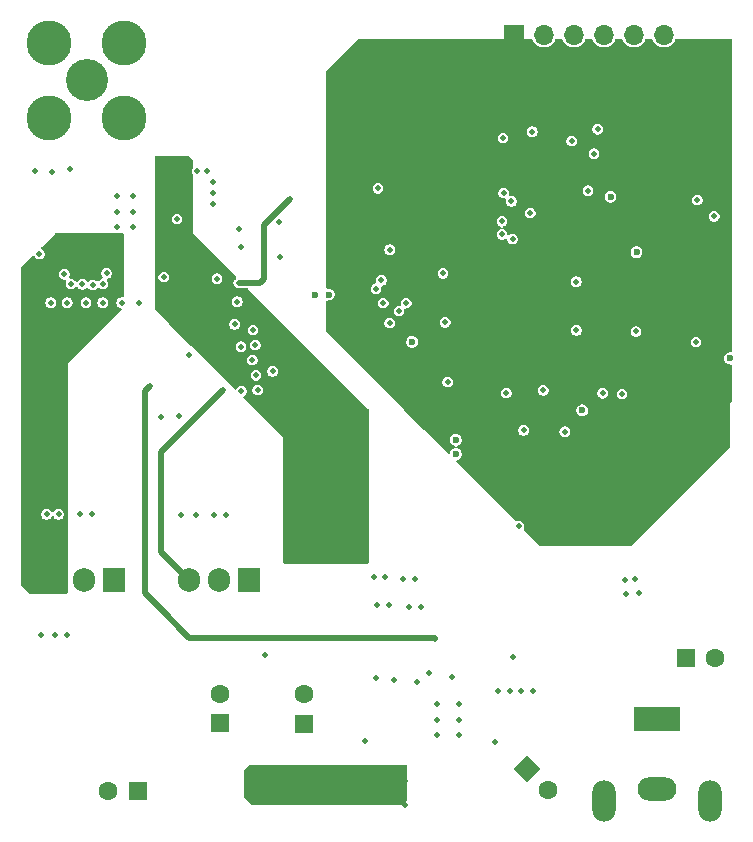
<source format=gbr>
%TF.GenerationSoftware,KiCad,Pcbnew,9.0.0-rc1-459-gb92bef8eee*%
%TF.CreationDate,2025-02-18T20:32:14+01:00*%
%TF.ProjectId,AWG101,41574731-3031-42e6-9b69-6361645f7063,rev?*%
%TF.SameCoordinates,Original*%
%TF.FileFunction,Copper,L3,Inr*%
%TF.FilePolarity,Positive*%
%FSLAX46Y46*%
G04 Gerber Fmt 4.6, Leading zero omitted, Abs format (unit mm)*
G04 Created by KiCad (PCBNEW 9.0.0-rc1-459-gb92bef8eee) date 2025-02-18 20:32:14*
%MOMM*%
%LPD*%
G01*
G04 APERTURE LIST*
G04 Aperture macros list*
%AMRotRect*
0 Rectangle, with rotation*
0 The origin of the aperture is its center*
0 $1 length*
0 $2 width*
0 $3 Rotation angle, in degrees counterclockwise*
0 Add horizontal line*
21,1,$1,$2,0,0,$3*%
G04 Aperture macros list end*
%TA.AperFunction,ComponentPad*%
%ADD10R,1.700000X1.700000*%
%TD*%
%TA.AperFunction,ComponentPad*%
%ADD11O,1.700000X1.700000*%
%TD*%
%TA.AperFunction,ComponentPad*%
%ADD12O,2.000000X3.500000*%
%TD*%
%TA.AperFunction,ComponentPad*%
%ADD13O,3.300000X2.000000*%
%TD*%
%TA.AperFunction,ComponentPad*%
%ADD14R,4.000000X2.000000*%
%TD*%
%TA.AperFunction,HeatsinkPad*%
%ADD15C,0.500000*%
%TD*%
%TA.AperFunction,ComponentPad*%
%ADD16R,1.600000X1.600000*%
%TD*%
%TA.AperFunction,ComponentPad*%
%ADD17C,1.600000*%
%TD*%
%TA.AperFunction,ComponentPad*%
%ADD18C,0.600000*%
%TD*%
%TA.AperFunction,ComponentPad*%
%ADD19RotRect,1.600000X1.600000X315.000000*%
%TD*%
%TA.AperFunction,ComponentPad*%
%ADD20R,1.905000X2.000000*%
%TD*%
%TA.AperFunction,ComponentPad*%
%ADD21O,1.905000X2.000000*%
%TD*%
%TA.AperFunction,ComponentPad*%
%ADD22C,3.556000*%
%TD*%
%TA.AperFunction,ComponentPad*%
%ADD23C,3.810000*%
%TD*%
%TA.AperFunction,ViaPad*%
%ADD24C,0.600000*%
%TD*%
%TA.AperFunction,ViaPad*%
%ADD25C,0.500000*%
%TD*%
%TA.AperFunction,Conductor*%
%ADD26C,0.500000*%
%TD*%
G04 APERTURE END LIST*
D10*
%TO.N,+3.3VLDO*%
%TO.C,J5*%
X72420000Y-98400000D03*
D11*
%TO.N,/AWG/SWCLK*%
X74960000Y-98400000D03*
%TO.N,DGND*%
X77500000Y-98400000D03*
%TO.N,/AWG/SWDIO*%
X80040000Y-98400000D03*
%TO.N,/AWG/NRST*%
X82580000Y-98400000D03*
%TO.N,unconnected-(J5-SWO-Pad6)*%
X85120000Y-98400000D03*
%TD*%
D12*
%TO.N,N/C*%
%TO.C,J3*%
X89050000Y-163300000D03*
X80050000Y-163300000D03*
D13*
%TO.N,PGND*%
X84550000Y-162300000D03*
D14*
%TO.N,VIN*%
X84550000Y-156300000D03*
%TD*%
D15*
%TO.N,AGND*%
%TO.C,U5*%
X40150000Y-114670000D03*
X40150000Y-112070000D03*
X40149999Y-113370000D03*
X38850001Y-113370000D03*
X38850000Y-114670000D03*
X38850000Y-112070000D03*
%TD*%
%TO.N,N/C*%
%TO.C,U11*%
X65875800Y-155087800D03*
X65875800Y-156387800D03*
X65875800Y-157687800D03*
X67785800Y-155087800D03*
X67785800Y-156387800D03*
X67785800Y-157687800D03*
%TD*%
D16*
%TO.N,PGND*%
%TO.C,C18*%
X47545103Y-156704897D03*
D17*
%TO.N,-13V*%
X47545103Y-154204897D03*
%TD*%
D16*
%TO.N,VIN*%
%TO.C,C32*%
X86967621Y-151200000D03*
D17*
%TO.N,PGND*%
X89467621Y-151200000D03*
%TD*%
D18*
%TO.N,DGND*%
%TO.C,NT2*%
X67500000Y-132700000D03*
%TO.N,PGND*%
X67500000Y-133900000D03*
%TD*%
D19*
%TO.N,VIN*%
%TO.C,C41*%
X73544800Y-160578800D03*
D17*
%TO.N,PGND*%
X75312567Y-162346567D03*
%TD*%
D16*
%TO.N,Net-(C17-Pad1)*%
%TO.C,C17*%
X40582380Y-162400000D03*
D17*
%TO.N,Net-(D2-A)*%
X38082380Y-162400000D03*
%TD*%
D16*
%TO.N,+13V*%
%TO.C,C16*%
X54647200Y-156731980D03*
D17*
%TO.N,PGND*%
X54647200Y-154231980D03*
%TD*%
D20*
%TO.N,PGND*%
%TO.C,U15*%
X38600000Y-144600000D03*
D21*
%TO.N,-13V*%
X36060000Y-144600000D03*
%TO.N,-12V_LDO*%
X33520001Y-144600000D03*
%TD*%
D20*
%TO.N,PGND*%
%TO.C,U10*%
X50000000Y-144600000D03*
D21*
%TO.N,-13V*%
X47460000Y-144600000D03*
%TO.N,-5V_LDO*%
X44920001Y-144600000D03*
%TD*%
D22*
%TO.N,Net-(J1-In)*%
%TO.C,J1*%
X36250000Y-102250000D03*
D23*
%TO.N,AGND*%
X33075000Y-99075000D03*
X33075000Y-105425000D03*
X39425000Y-99075000D03*
X39425000Y-105425000D03*
%TD*%
D18*
%TO.N,DGND*%
%TO.C,NT1*%
X56750000Y-120400000D03*
%TO.N,AGND*%
X55550000Y-120400000D03*
%TD*%
D24*
%TO.N,+3.3VLDO*%
X82600000Y-129900000D03*
%TO.N,DGND*%
X78200000Y-130200000D03*
%TO.N,/AWG/PSSI_CLK*%
X90700000Y-125800000D03*
%TO.N,+3.3VLDO*%
X88800000Y-117500000D03*
X80300000Y-118125000D03*
%TO.N,/AWG/DAC_CLK*%
X63800000Y-124400000D03*
%TO.N,DGND*%
X82800000Y-116800000D03*
%TO.N,/AWG/MCO1*%
X80600000Y-112125000D03*
D25*
%TO.N,AGND*%
X50275000Y-125950000D03*
X46900000Y-111825000D03*
X34925000Y-119500000D03*
X37600000Y-121087500D03*
X42550000Y-130775000D03*
X34350000Y-118675000D03*
X33200000Y-121087500D03*
X46475000Y-109950000D03*
X46925000Y-110900000D03*
X37625000Y-119500000D03*
X36750000Y-119575000D03*
X36200000Y-121087500D03*
X49275000Y-116375000D03*
X46900000Y-112750000D03*
X49000000Y-121000000D03*
X48775000Y-122925000D03*
X47275000Y-119050000D03*
X50575000Y-127225000D03*
X49350000Y-128575000D03*
X40712500Y-121112500D03*
X34600000Y-121087500D03*
X31875000Y-109925000D03*
X37925000Y-118600000D03*
X35875000Y-119525000D03*
X50525000Y-124675000D03*
X44075000Y-130675000D03*
X33350000Y-110050000D03*
X39200000Y-121087500D03*
X42775000Y-118900000D03*
X45575000Y-109950000D03*
X49325000Y-124800000D03*
X50725000Y-128475000D03*
X52600000Y-117200000D03*
X52557343Y-114253987D03*
X79925000Y-128750000D03*
X49175000Y-114875000D03*
%TO.N,/AWG/PSSI_D8*%
X72200000Y-112500000D03*
X61200000Y-119200000D03*
%TO.N,/AWG/PSSI_D0*%
X60900000Y-111400000D03*
X77300000Y-107400000D03*
%TO.N,/AWG/PSSI_D4*%
X61900000Y-116600000D03*
X73800000Y-113500000D03*
%TO.N,/AWG/PSSI_D9*%
X60750000Y-119900000D03*
X71400000Y-114200000D03*
%TO.N,/AWG/PSSI_D10*%
X72300000Y-115700000D03*
X63300000Y-121100000D03*
%TO.N,/AWG/PSSI_D12*%
X62700000Y-121800000D03*
X79200000Y-108474265D03*
%TO.N,/AWG/PSSI_D13*%
X78700000Y-111600000D03*
X61900000Y-122800000D03*
%TO.N,/AWG/PSSI_D11*%
X61350000Y-121100000D03*
X71400000Y-115300000D03*
%TO.N,/AWG/SWCLK*%
X71550000Y-111800000D03*
X79500000Y-106400000D03*
%TO.N,+3V3A*%
X81571091Y-128821091D03*
X53425000Y-112325000D03*
X49125000Y-119400000D03*
%TO.N,PGND*%
X83000000Y-145700000D03*
X64510000Y-146875000D03*
X64200000Y-153200000D03*
X32400000Y-149200000D03*
X47060000Y-139095000D03*
X70800000Y-158300000D03*
X74010000Y-154000000D03*
X63015000Y-144475000D03*
X61860000Y-146700000D03*
X63510000Y-146875000D03*
X35660000Y-139000000D03*
X34600000Y-149200000D03*
X65250000Y-152450000D03*
X36660000Y-139000000D03*
X62250000Y-153050000D03*
X73010000Y-154000000D03*
X33860000Y-139000000D03*
X67200000Y-152800000D03*
X51350000Y-150950000D03*
X81925000Y-145750000D03*
X59850000Y-158200000D03*
X32860000Y-139000000D03*
X72850000Y-140000000D03*
X48060000Y-139095000D03*
X81825000Y-144575000D03*
X71110000Y-154000000D03*
X45460000Y-139095000D03*
X72375000Y-151043000D03*
X61540000Y-144300000D03*
X60750000Y-152900000D03*
X44260000Y-139095000D03*
X82700000Y-144450000D03*
X33600000Y-149200000D03*
X64015000Y-144475000D03*
X72110000Y-154000000D03*
X60540000Y-144300000D03*
X60860000Y-146700000D03*
%TO.N,/AWG/695_EN*%
X66800000Y-127800000D03*
X44900000Y-125500000D03*
%TO.N,/AWG/OFFSET*%
X82750000Y-123525000D03*
X32250000Y-116950000D03*
%TO.N,-12V_LDO*%
X38625000Y-117225000D03*
X38625000Y-116375000D03*
%TO.N,/AWG/2421_SW*%
X51050000Y-161850000D03*
X63175000Y-163600000D03*
X51075000Y-161050000D03*
X51050000Y-163375000D03*
X63150000Y-162525000D03*
X51050000Y-162725000D03*
X63200000Y-161600000D03*
%TO.N,Net-(R45-Pad1)*%
X43900000Y-114000000D03*
X34800000Y-109800000D03*
%TO.N,+12VLDO*%
X59275000Y-141500000D03*
X59275000Y-142325000D03*
X44400000Y-109625000D03*
X43600000Y-109625000D03*
%TO.N,+3.3VLDO*%
X66500000Y-124300000D03*
X80250000Y-140825000D03*
X87950000Y-110800000D03*
X87800000Y-122825000D03*
X69950000Y-107000000D03*
X77475000Y-140825000D03*
X79000000Y-140825000D03*
X72250000Y-129450000D03*
X76325000Y-140850000D03*
X76375000Y-128450000D03*
X73375000Y-128450000D03*
X56750000Y-111250000D03*
X81650000Y-140800000D03*
%TO.N,-5V_LDO*%
X47775000Y-128500000D03*
%TO.N,+5VLDO*%
X41575000Y-128175000D03*
X65750000Y-149525000D03*
%TO.N,DGND*%
X73250000Y-131900000D03*
X76725000Y-132000000D03*
X74900000Y-128500000D03*
X89375000Y-113775000D03*
X71775000Y-128725000D03*
X66400000Y-118600000D03*
X50325000Y-123400000D03*
X87850000Y-124400000D03*
X66600000Y-122750000D03*
X73975000Y-106600000D03*
X71500000Y-107150000D03*
X52000000Y-126900000D03*
X87950000Y-112400000D03*
%TO.N,+3.3VLDO*%
X60075000Y-125675000D03*
%TO.N,/AWG/NRST*%
X77700000Y-119300000D03*
X77700000Y-123425000D03*
%TD*%
D26*
%TO.N,+3V3A*%
X49125000Y-119400000D02*
X50900000Y-119400000D01*
X51250000Y-114500000D02*
X53425000Y-112325000D01*
X51250000Y-119050000D02*
X51250000Y-114500000D01*
X50900000Y-119400000D02*
X51250000Y-119050000D01*
%TO.N,-5V_LDO*%
X42550000Y-142229999D02*
X44920001Y-144600000D01*
X42550000Y-133725000D02*
X42550000Y-142229999D01*
X47775000Y-128500000D02*
X42550000Y-133725000D01*
%TO.N,+5VLDO*%
X42675000Y-147225000D02*
X44925000Y-149475000D01*
X41150000Y-128600000D02*
X41575000Y-128175000D01*
X41150000Y-129900000D02*
X41150000Y-136700000D01*
X41150000Y-145700000D02*
X41150000Y-128600000D01*
X44925000Y-149475000D02*
X41150000Y-145700000D01*
X41150000Y-129900000D02*
X41150000Y-128600000D01*
X65700000Y-149475000D02*
X65750000Y-149525000D01*
X44925000Y-149475000D02*
X58950000Y-149475000D01*
X58950000Y-149475000D02*
X65700000Y-149475000D01*
X41150000Y-145700000D02*
X42675000Y-147225000D01*
X41150000Y-136700000D02*
X41150000Y-145700000D01*
X44925000Y-149475000D02*
X65700000Y-149475000D01*
%TD*%
%TA.AperFunction,Conductor*%
%TO.N,+3.3VLDO*%
G36*
X73941751Y-98744685D02*
G01*
X73987506Y-98797489D01*
X73989273Y-98801547D01*
X74029057Y-98897596D01*
X74144024Y-99069657D01*
X74290342Y-99215975D01*
X74290345Y-99215977D01*
X74462402Y-99330941D01*
X74653580Y-99410130D01*
X74856530Y-99450499D01*
X74856534Y-99450500D01*
X74856535Y-99450500D01*
X75063466Y-99450500D01*
X75063467Y-99450499D01*
X75266420Y-99410130D01*
X75457598Y-99330941D01*
X75629655Y-99215977D01*
X75775977Y-99069655D01*
X75890941Y-98897598D01*
X75930727Y-98801547D01*
X75974568Y-98747144D01*
X76040862Y-98725079D01*
X76045288Y-98725000D01*
X76414712Y-98725000D01*
X76481751Y-98744685D01*
X76527506Y-98797489D01*
X76529273Y-98801547D01*
X76569057Y-98897596D01*
X76684024Y-99069657D01*
X76830342Y-99215975D01*
X76830345Y-99215977D01*
X77002402Y-99330941D01*
X77193580Y-99410130D01*
X77396530Y-99450499D01*
X77396534Y-99450500D01*
X77396535Y-99450500D01*
X77603466Y-99450500D01*
X77603467Y-99450499D01*
X77806420Y-99410130D01*
X77997598Y-99330941D01*
X78169655Y-99215977D01*
X78315977Y-99069655D01*
X78430941Y-98897598D01*
X78470727Y-98801547D01*
X78514568Y-98747144D01*
X78580862Y-98725079D01*
X78585288Y-98725000D01*
X78954712Y-98725000D01*
X79021751Y-98744685D01*
X79067506Y-98797489D01*
X79069273Y-98801547D01*
X79109057Y-98897596D01*
X79224024Y-99069657D01*
X79370342Y-99215975D01*
X79370345Y-99215977D01*
X79542402Y-99330941D01*
X79733580Y-99410130D01*
X79936530Y-99450499D01*
X79936534Y-99450500D01*
X79936535Y-99450500D01*
X80143466Y-99450500D01*
X80143467Y-99450499D01*
X80346420Y-99410130D01*
X80537598Y-99330941D01*
X80709655Y-99215977D01*
X80855977Y-99069655D01*
X80970941Y-98897598D01*
X81010727Y-98801547D01*
X81054568Y-98747144D01*
X81120862Y-98725079D01*
X81125288Y-98725000D01*
X81494712Y-98725000D01*
X81561751Y-98744685D01*
X81607506Y-98797489D01*
X81609273Y-98801547D01*
X81649057Y-98897596D01*
X81764024Y-99069657D01*
X81910342Y-99215975D01*
X81910345Y-99215977D01*
X82082402Y-99330941D01*
X82273580Y-99410130D01*
X82476530Y-99450499D01*
X82476534Y-99450500D01*
X82476535Y-99450500D01*
X82683466Y-99450500D01*
X82683467Y-99450499D01*
X82886420Y-99410130D01*
X83077598Y-99330941D01*
X83249655Y-99215977D01*
X83395977Y-99069655D01*
X83510941Y-98897598D01*
X83550727Y-98801547D01*
X83594568Y-98747144D01*
X83660862Y-98725079D01*
X83665288Y-98725000D01*
X84034712Y-98725000D01*
X84101751Y-98744685D01*
X84147506Y-98797489D01*
X84149273Y-98801547D01*
X84189057Y-98897596D01*
X84304024Y-99069657D01*
X84450342Y-99215975D01*
X84450345Y-99215977D01*
X84622402Y-99330941D01*
X84813580Y-99410130D01*
X85016530Y-99450499D01*
X85016534Y-99450500D01*
X85016535Y-99450500D01*
X85223466Y-99450500D01*
X85223467Y-99450499D01*
X85426420Y-99410130D01*
X85617598Y-99330941D01*
X85789655Y-99215977D01*
X85935977Y-99069655D01*
X86050941Y-98897598D01*
X86090727Y-98801547D01*
X86134568Y-98747144D01*
X86200862Y-98725079D01*
X86205288Y-98725000D01*
X90751000Y-98725000D01*
X90818039Y-98744685D01*
X90863794Y-98797489D01*
X90875000Y-98849000D01*
X90875000Y-125175500D01*
X90855315Y-125242539D01*
X90802511Y-125288294D01*
X90751000Y-125299500D01*
X90634108Y-125299500D01*
X90506812Y-125333608D01*
X90392686Y-125399500D01*
X90392683Y-125399502D01*
X90299502Y-125492683D01*
X90299500Y-125492686D01*
X90233608Y-125606812D01*
X90199500Y-125734108D01*
X90199500Y-125865891D01*
X90233608Y-125993187D01*
X90266554Y-126050250D01*
X90299500Y-126107314D01*
X90392686Y-126200500D01*
X90506814Y-126266392D01*
X90634108Y-126300500D01*
X90634110Y-126300500D01*
X90751000Y-126300500D01*
X90818039Y-126320185D01*
X90863794Y-126372989D01*
X90875000Y-126424500D01*
X90875000Y-129398638D01*
X90855315Y-129465677D01*
X90838681Y-129486319D01*
X90750000Y-129574999D01*
X90750000Y-133223638D01*
X90730315Y-133290677D01*
X90713681Y-133311319D01*
X82361319Y-141663681D01*
X82299996Y-141697166D01*
X82273638Y-141700000D01*
X74726362Y-141700000D01*
X74659323Y-141680315D01*
X74638681Y-141663681D01*
X73292822Y-140317822D01*
X73259337Y-140256499D01*
X73264321Y-140186807D01*
X73266841Y-140181457D01*
X73266689Y-140181394D01*
X73269798Y-140173887D01*
X73269799Y-140173886D01*
X73300500Y-140059309D01*
X73300500Y-139940691D01*
X73269799Y-139826114D01*
X73210489Y-139723387D01*
X73126613Y-139639511D01*
X73023886Y-139580201D01*
X72909309Y-139549500D01*
X72790691Y-139549500D01*
X72721944Y-139567920D01*
X72676112Y-139580201D01*
X72668604Y-139583312D01*
X72667395Y-139580393D01*
X72613952Y-139593356D01*
X72547927Y-139570501D01*
X72532178Y-139557178D01*
X67567602Y-134592602D01*
X67534117Y-134531279D01*
X67539101Y-134461587D01*
X67580973Y-134405654D01*
X67623186Y-134385148D01*
X67693186Y-134366392D01*
X67807314Y-134300500D01*
X67900500Y-134207314D01*
X67966392Y-134093186D01*
X68000500Y-133965892D01*
X68000500Y-133834108D01*
X67966392Y-133706814D01*
X67900500Y-133592686D01*
X67807314Y-133499500D01*
X67750250Y-133466554D01*
X67693187Y-133433608D01*
X67676259Y-133429072D01*
X67641556Y-133419774D01*
X67581897Y-133383410D01*
X67551368Y-133320564D01*
X67559662Y-133251188D01*
X67604147Y-133197310D01*
X67641555Y-133180226D01*
X67693186Y-133166392D01*
X67807314Y-133100500D01*
X67900500Y-133007314D01*
X67966392Y-132893186D01*
X68000500Y-132765892D01*
X68000500Y-132634108D01*
X67966392Y-132506814D01*
X67900500Y-132392686D01*
X67807314Y-132299500D01*
X67739745Y-132260489D01*
X67693187Y-132233608D01*
X67629539Y-132216554D01*
X67565892Y-132199500D01*
X67434108Y-132199500D01*
X67306812Y-132233608D01*
X67192686Y-132299500D01*
X67192683Y-132299502D01*
X67099502Y-132392683D01*
X67099500Y-132392686D01*
X67033608Y-132506812D01*
X66999500Y-132634108D01*
X66999500Y-132765891D01*
X67033608Y-132893187D01*
X67066554Y-132950250D01*
X67099500Y-133007314D01*
X67192686Y-133100500D01*
X67306814Y-133166392D01*
X67358441Y-133180225D01*
X67418102Y-133216590D01*
X67448631Y-133279437D01*
X67440336Y-133348812D01*
X67395851Y-133402690D01*
X67358442Y-133419774D01*
X67340666Y-133424537D01*
X67306812Y-133433608D01*
X67192686Y-133499500D01*
X67192683Y-133499502D01*
X67099502Y-133592683D01*
X67099500Y-133592686D01*
X67033609Y-133706812D01*
X67014853Y-133776810D01*
X66978488Y-133836470D01*
X66915641Y-133866999D01*
X66846265Y-133858704D01*
X66807397Y-133832397D01*
X64815691Y-131840691D01*
X72799500Y-131840691D01*
X72799500Y-131959309D01*
X72830201Y-132073886D01*
X72889511Y-132176613D01*
X72973387Y-132260489D01*
X73076114Y-132319799D01*
X73190691Y-132350500D01*
X73190694Y-132350500D01*
X73309306Y-132350500D01*
X73309309Y-132350500D01*
X73423886Y-132319799D01*
X73526613Y-132260489D01*
X73610489Y-132176613D01*
X73669799Y-132073886D01*
X73700500Y-131959309D01*
X73700500Y-131940691D01*
X76274500Y-131940691D01*
X76274500Y-132059309D01*
X76305201Y-132173886D01*
X76364511Y-132276613D01*
X76448387Y-132360489D01*
X76551114Y-132419799D01*
X76665691Y-132450500D01*
X76665694Y-132450500D01*
X76784306Y-132450500D01*
X76784309Y-132450500D01*
X76898886Y-132419799D01*
X77001613Y-132360489D01*
X77085489Y-132276613D01*
X77144799Y-132173886D01*
X77175500Y-132059309D01*
X77175500Y-131940691D01*
X77144799Y-131826114D01*
X77085489Y-131723387D01*
X77001613Y-131639511D01*
X76898886Y-131580201D01*
X76784309Y-131549500D01*
X76665691Y-131549500D01*
X76551114Y-131580201D01*
X76551112Y-131580201D01*
X76551112Y-131580202D01*
X76448387Y-131639511D01*
X76448384Y-131639513D01*
X76364513Y-131723384D01*
X76364511Y-131723387D01*
X76305201Y-131826114D01*
X76274500Y-131940691D01*
X73700500Y-131940691D01*
X73700500Y-131840691D01*
X73669799Y-131726114D01*
X73610489Y-131623387D01*
X73526613Y-131539511D01*
X73423886Y-131480201D01*
X73309309Y-131449500D01*
X73190691Y-131449500D01*
X73076114Y-131480201D01*
X73076112Y-131480201D01*
X73076112Y-131480202D01*
X72973387Y-131539511D01*
X72973384Y-131539513D01*
X72889513Y-131623384D01*
X72889511Y-131623387D01*
X72830201Y-131726114D01*
X72799500Y-131840691D01*
X64815691Y-131840691D01*
X63109108Y-130134108D01*
X77699500Y-130134108D01*
X77699500Y-130265891D01*
X77733608Y-130393187D01*
X77766554Y-130450250D01*
X77799500Y-130507314D01*
X77892686Y-130600500D01*
X78006814Y-130666392D01*
X78134108Y-130700500D01*
X78134110Y-130700500D01*
X78265890Y-130700500D01*
X78265892Y-130700500D01*
X78393186Y-130666392D01*
X78507314Y-130600500D01*
X78600500Y-130507314D01*
X78666392Y-130393186D01*
X78700500Y-130265892D01*
X78700500Y-130134108D01*
X78666392Y-130006814D01*
X78600500Y-129892686D01*
X78507314Y-129799500D01*
X78450250Y-129766554D01*
X78393187Y-129733608D01*
X78329539Y-129716554D01*
X78265892Y-129699500D01*
X78134108Y-129699500D01*
X78006812Y-129733608D01*
X77892686Y-129799500D01*
X77892683Y-129799502D01*
X77799502Y-129892683D01*
X77799500Y-129892686D01*
X77733608Y-130006812D01*
X77699500Y-130134108D01*
X63109108Y-130134108D01*
X61640691Y-128665691D01*
X71324500Y-128665691D01*
X71324500Y-128784309D01*
X71355201Y-128898886D01*
X71414511Y-129001613D01*
X71498387Y-129085489D01*
X71601114Y-129144799D01*
X71715691Y-129175500D01*
X71715694Y-129175500D01*
X71834306Y-129175500D01*
X71834309Y-129175500D01*
X71948886Y-129144799D01*
X72051613Y-129085489D01*
X72135489Y-129001613D01*
X72194799Y-128898886D01*
X72225500Y-128784309D01*
X72225500Y-128665691D01*
X72194799Y-128551114D01*
X72135489Y-128448387D01*
X72127793Y-128440691D01*
X74449500Y-128440691D01*
X74449500Y-128559309D01*
X74480201Y-128673886D01*
X74539511Y-128776613D01*
X74623387Y-128860489D01*
X74726114Y-128919799D01*
X74840691Y-128950500D01*
X74840694Y-128950500D01*
X74959306Y-128950500D01*
X74959309Y-128950500D01*
X75073886Y-128919799D01*
X75176613Y-128860489D01*
X75260489Y-128776613D01*
X75310097Y-128690691D01*
X79474500Y-128690691D01*
X79474500Y-128809309D01*
X79505201Y-128923886D01*
X79564511Y-129026613D01*
X79648387Y-129110489D01*
X79751114Y-129169799D01*
X79865691Y-129200500D01*
X79865694Y-129200500D01*
X79984306Y-129200500D01*
X79984309Y-129200500D01*
X80098886Y-129169799D01*
X80201613Y-129110489D01*
X80285489Y-129026613D01*
X80344799Y-128923886D01*
X80375500Y-128809309D01*
X80375500Y-128761782D01*
X81120591Y-128761782D01*
X81120591Y-128880400D01*
X81151292Y-128994977D01*
X81210602Y-129097704D01*
X81294478Y-129181580D01*
X81397205Y-129240890D01*
X81511782Y-129271591D01*
X81511785Y-129271591D01*
X81630397Y-129271591D01*
X81630400Y-129271591D01*
X81744977Y-129240890D01*
X81847704Y-129181580D01*
X81931580Y-129097704D01*
X81990890Y-128994977D01*
X82021591Y-128880400D01*
X82021591Y-128761782D01*
X81990890Y-128647205D01*
X81931580Y-128544478D01*
X81847704Y-128460602D01*
X81744977Y-128401292D01*
X81630400Y-128370591D01*
X81511782Y-128370591D01*
X81397205Y-128401292D01*
X81397203Y-128401292D01*
X81397203Y-128401293D01*
X81294478Y-128460602D01*
X81294475Y-128460604D01*
X81210604Y-128544475D01*
X81210602Y-128544478D01*
X81151292Y-128647205D01*
X81120591Y-128761782D01*
X80375500Y-128761782D01*
X80375500Y-128690691D01*
X80344799Y-128576114D01*
X80285489Y-128473387D01*
X80201613Y-128389511D01*
X80098886Y-128330201D01*
X79984309Y-128299500D01*
X79865691Y-128299500D01*
X79751114Y-128330201D01*
X79751112Y-128330201D01*
X79751112Y-128330202D01*
X79648387Y-128389511D01*
X79648384Y-128389513D01*
X79564513Y-128473384D01*
X79564511Y-128473387D01*
X79514905Y-128559307D01*
X79505201Y-128576114D01*
X79474500Y-128690691D01*
X75310097Y-128690691D01*
X75319799Y-128673886D01*
X75350500Y-128559309D01*
X75350500Y-128440691D01*
X75319799Y-128326114D01*
X75260489Y-128223387D01*
X75176613Y-128139511D01*
X75073886Y-128080201D01*
X74959309Y-128049500D01*
X74840691Y-128049500D01*
X74726114Y-128080201D01*
X74726112Y-128080201D01*
X74726112Y-128080202D01*
X74623387Y-128139511D01*
X74623384Y-128139513D01*
X74539513Y-128223384D01*
X74539511Y-128223387D01*
X74480201Y-128326114D01*
X74449500Y-128440691D01*
X72127793Y-128440691D01*
X72051613Y-128364511D01*
X71948886Y-128305201D01*
X71834309Y-128274500D01*
X71715691Y-128274500D01*
X71601114Y-128305201D01*
X71601112Y-128305201D01*
X71601112Y-128305202D01*
X71498387Y-128364511D01*
X71498384Y-128364513D01*
X71414513Y-128448384D01*
X71414511Y-128448387D01*
X71355201Y-128551114D01*
X71324500Y-128665691D01*
X61640691Y-128665691D01*
X60715691Y-127740691D01*
X66349500Y-127740691D01*
X66349500Y-127859309D01*
X66380201Y-127973886D01*
X66439511Y-128076613D01*
X66523387Y-128160489D01*
X66626114Y-128219799D01*
X66740691Y-128250500D01*
X66740694Y-128250500D01*
X66859306Y-128250500D01*
X66859309Y-128250500D01*
X66973886Y-128219799D01*
X67076613Y-128160489D01*
X67160489Y-128076613D01*
X67219799Y-127973886D01*
X67250500Y-127859309D01*
X67250500Y-127740691D01*
X67219799Y-127626114D01*
X67160489Y-127523387D01*
X67076613Y-127439511D01*
X66973886Y-127380201D01*
X66859309Y-127349500D01*
X66740691Y-127349500D01*
X66626114Y-127380201D01*
X66626112Y-127380201D01*
X66626112Y-127380202D01*
X66523387Y-127439511D01*
X66523384Y-127439513D01*
X66439513Y-127523384D01*
X66439511Y-127523387D01*
X66380201Y-127626114D01*
X66349500Y-127740691D01*
X60715691Y-127740691D01*
X57309108Y-124334108D01*
X63299500Y-124334108D01*
X63299500Y-124465891D01*
X63333608Y-124593187D01*
X63366554Y-124650250D01*
X63399500Y-124707314D01*
X63492686Y-124800500D01*
X63606814Y-124866392D01*
X63734108Y-124900500D01*
X63734110Y-124900500D01*
X63865890Y-124900500D01*
X63865892Y-124900500D01*
X63993186Y-124866392D01*
X64107314Y-124800500D01*
X64200500Y-124707314D01*
X64266392Y-124593186D01*
X64300500Y-124465892D01*
X64300500Y-124340691D01*
X87399500Y-124340691D01*
X87399500Y-124459309D01*
X87430201Y-124573886D01*
X87489511Y-124676613D01*
X87573387Y-124760489D01*
X87676114Y-124819799D01*
X87790691Y-124850500D01*
X87790694Y-124850500D01*
X87909306Y-124850500D01*
X87909309Y-124850500D01*
X88023886Y-124819799D01*
X88126613Y-124760489D01*
X88210489Y-124676613D01*
X88269799Y-124573886D01*
X88300500Y-124459309D01*
X88300500Y-124340691D01*
X88269799Y-124226114D01*
X88210489Y-124123387D01*
X88126613Y-124039511D01*
X88023886Y-123980201D01*
X87909309Y-123949500D01*
X87790691Y-123949500D01*
X87676114Y-123980201D01*
X87676112Y-123980201D01*
X87676112Y-123980202D01*
X87573387Y-124039511D01*
X87573384Y-124039513D01*
X87489513Y-124123384D01*
X87489511Y-124123387D01*
X87430201Y-124226114D01*
X87399500Y-124340691D01*
X64300500Y-124340691D01*
X64300500Y-124334108D01*
X64266392Y-124206814D01*
X64200500Y-124092686D01*
X64107314Y-123999500D01*
X64020712Y-123949500D01*
X63993187Y-123933608D01*
X63929539Y-123916554D01*
X63865892Y-123899500D01*
X63734108Y-123899500D01*
X63606812Y-123933608D01*
X63492686Y-123999500D01*
X63492683Y-123999502D01*
X63399502Y-124092683D01*
X63399500Y-124092686D01*
X63333608Y-124206812D01*
X63299500Y-124334108D01*
X57309108Y-124334108D01*
X56561319Y-123586319D01*
X56527834Y-123524996D01*
X56525000Y-123498638D01*
X56525000Y-123365691D01*
X77249500Y-123365691D01*
X77249500Y-123484309D01*
X77280201Y-123598886D01*
X77339511Y-123701613D01*
X77423387Y-123785489D01*
X77526114Y-123844799D01*
X77640691Y-123875500D01*
X77640694Y-123875500D01*
X77759306Y-123875500D01*
X77759309Y-123875500D01*
X77873886Y-123844799D01*
X77976613Y-123785489D01*
X78060489Y-123701613D01*
X78119799Y-123598886D01*
X78150500Y-123484309D01*
X78150500Y-123465691D01*
X82299500Y-123465691D01*
X82299500Y-123584309D01*
X82330201Y-123698886D01*
X82389511Y-123801613D01*
X82473387Y-123885489D01*
X82576114Y-123944799D01*
X82690691Y-123975500D01*
X82690694Y-123975500D01*
X82809306Y-123975500D01*
X82809309Y-123975500D01*
X82923886Y-123944799D01*
X83026613Y-123885489D01*
X83110489Y-123801613D01*
X83169799Y-123698886D01*
X83200500Y-123584309D01*
X83200500Y-123465691D01*
X83169799Y-123351114D01*
X83110489Y-123248387D01*
X83026613Y-123164511D01*
X82923886Y-123105201D01*
X82809309Y-123074500D01*
X82690691Y-123074500D01*
X82576114Y-123105201D01*
X82576112Y-123105201D01*
X82576112Y-123105202D01*
X82473387Y-123164511D01*
X82473384Y-123164513D01*
X82389513Y-123248384D01*
X82389511Y-123248387D01*
X82330201Y-123351114D01*
X82299500Y-123465691D01*
X78150500Y-123465691D01*
X78150500Y-123365691D01*
X78119799Y-123251114D01*
X78060489Y-123148387D01*
X77976613Y-123064511D01*
X77873886Y-123005201D01*
X77759309Y-122974500D01*
X77640691Y-122974500D01*
X77526114Y-123005201D01*
X77526112Y-123005201D01*
X77526112Y-123005202D01*
X77423387Y-123064511D01*
X77423384Y-123064513D01*
X77339513Y-123148384D01*
X77339511Y-123148387D01*
X77280201Y-123251114D01*
X77249500Y-123365691D01*
X56525000Y-123365691D01*
X56525000Y-122740691D01*
X61449500Y-122740691D01*
X61449500Y-122859309D01*
X61480201Y-122973886D01*
X61539511Y-123076613D01*
X61623387Y-123160489D01*
X61726114Y-123219799D01*
X61840691Y-123250500D01*
X61840694Y-123250500D01*
X61959306Y-123250500D01*
X61959309Y-123250500D01*
X62073886Y-123219799D01*
X62176613Y-123160489D01*
X62260489Y-123076613D01*
X62319799Y-122973886D01*
X62350500Y-122859309D01*
X62350500Y-122740691D01*
X62337102Y-122690691D01*
X66149500Y-122690691D01*
X66149500Y-122809309D01*
X66180201Y-122923886D01*
X66239511Y-123026613D01*
X66323387Y-123110489D01*
X66426114Y-123169799D01*
X66540691Y-123200500D01*
X66540694Y-123200500D01*
X66659306Y-123200500D01*
X66659309Y-123200500D01*
X66773886Y-123169799D01*
X66876613Y-123110489D01*
X66960489Y-123026613D01*
X67019799Y-122923886D01*
X67050500Y-122809309D01*
X67050500Y-122690691D01*
X67019799Y-122576114D01*
X66960489Y-122473387D01*
X66876613Y-122389511D01*
X66773886Y-122330201D01*
X66659309Y-122299500D01*
X66540691Y-122299500D01*
X66426114Y-122330201D01*
X66426112Y-122330201D01*
X66426112Y-122330202D01*
X66323387Y-122389511D01*
X66323384Y-122389513D01*
X66239513Y-122473384D01*
X66239511Y-122473387D01*
X66180201Y-122576114D01*
X66149500Y-122690691D01*
X62337102Y-122690691D01*
X62319799Y-122626114D01*
X62260489Y-122523387D01*
X62176613Y-122439511D01*
X62073886Y-122380201D01*
X61959309Y-122349500D01*
X61840691Y-122349500D01*
X61726114Y-122380201D01*
X61726112Y-122380201D01*
X61726112Y-122380202D01*
X61623387Y-122439511D01*
X61623384Y-122439513D01*
X61539513Y-122523384D01*
X61539511Y-122523387D01*
X61480201Y-122626114D01*
X61449500Y-122740691D01*
X56525000Y-122740691D01*
X56525000Y-121740691D01*
X62249500Y-121740691D01*
X62249500Y-121859309D01*
X62280201Y-121973886D01*
X62339511Y-122076613D01*
X62423387Y-122160489D01*
X62526114Y-122219799D01*
X62640691Y-122250500D01*
X62640694Y-122250500D01*
X62759306Y-122250500D01*
X62759309Y-122250500D01*
X62873886Y-122219799D01*
X62976613Y-122160489D01*
X63060489Y-122076613D01*
X63119799Y-121973886D01*
X63150500Y-121859309D01*
X63150500Y-121740691D01*
X63141363Y-121706591D01*
X63143026Y-121636744D01*
X63182188Y-121578881D01*
X63246417Y-121551377D01*
X63261138Y-121550500D01*
X63359306Y-121550500D01*
X63359309Y-121550500D01*
X63473886Y-121519799D01*
X63576613Y-121460489D01*
X63660489Y-121376613D01*
X63719799Y-121273886D01*
X63750500Y-121159309D01*
X63750500Y-121040691D01*
X63719799Y-120926114D01*
X63660489Y-120823387D01*
X63576613Y-120739511D01*
X63473886Y-120680201D01*
X63359309Y-120649500D01*
X63240691Y-120649500D01*
X63126114Y-120680201D01*
X63126112Y-120680201D01*
X63126112Y-120680202D01*
X63023387Y-120739511D01*
X63023384Y-120739513D01*
X62939513Y-120823384D01*
X62939511Y-120823387D01*
X62880201Y-120926114D01*
X62849500Y-121040691D01*
X62849500Y-121159309D01*
X62858636Y-121193408D01*
X62856974Y-121263256D01*
X62817812Y-121321119D01*
X62753583Y-121348623D01*
X62738862Y-121349500D01*
X62640691Y-121349500D01*
X62526114Y-121380201D01*
X62526112Y-121380201D01*
X62526112Y-121380202D01*
X62423387Y-121439511D01*
X62423384Y-121439513D01*
X62339513Y-121523384D01*
X62339511Y-121523387D01*
X62280201Y-121626114D01*
X62249500Y-121740691D01*
X56525000Y-121740691D01*
X56525000Y-121040691D01*
X60899500Y-121040691D01*
X60899500Y-121159309D01*
X60930201Y-121273886D01*
X60989511Y-121376613D01*
X61073387Y-121460489D01*
X61176114Y-121519799D01*
X61290691Y-121550500D01*
X61290694Y-121550500D01*
X61409306Y-121550500D01*
X61409309Y-121550500D01*
X61523886Y-121519799D01*
X61626613Y-121460489D01*
X61710489Y-121376613D01*
X61769799Y-121273886D01*
X61800500Y-121159309D01*
X61800500Y-121040691D01*
X61769799Y-120926114D01*
X61710489Y-120823387D01*
X61626613Y-120739511D01*
X61523886Y-120680201D01*
X61409309Y-120649500D01*
X61290691Y-120649500D01*
X61176114Y-120680201D01*
X61176112Y-120680201D01*
X61176112Y-120680202D01*
X61073387Y-120739511D01*
X61073384Y-120739513D01*
X60989513Y-120823384D01*
X60989511Y-120823387D01*
X60930201Y-120926114D01*
X60899500Y-121040691D01*
X56525000Y-121040691D01*
X56525000Y-121019466D01*
X56544685Y-120952427D01*
X56597489Y-120906672D01*
X56666647Y-120896728D01*
X56681080Y-120899688D01*
X56684108Y-120900500D01*
X56684112Y-120900500D01*
X56815890Y-120900500D01*
X56815892Y-120900500D01*
X56943186Y-120866392D01*
X57057314Y-120800500D01*
X57150500Y-120707314D01*
X57216392Y-120593186D01*
X57250500Y-120465892D01*
X57250500Y-120334108D01*
X57216392Y-120206814D01*
X57150500Y-120092686D01*
X57057314Y-119999500D01*
X57009895Y-119972123D01*
X56954173Y-119939951D01*
X56954172Y-119939950D01*
X56943191Y-119933610D01*
X56943188Y-119933609D01*
X56943187Y-119933608D01*
X56943186Y-119933608D01*
X56815892Y-119899500D01*
X56684108Y-119899500D01*
X56681088Y-119900308D01*
X56678444Y-119900245D01*
X56676052Y-119900561D01*
X56676002Y-119900187D01*
X56611241Y-119898644D01*
X56553379Y-119859480D01*
X56545334Y-119840691D01*
X60299500Y-119840691D01*
X60299500Y-119959309D01*
X60330201Y-120073886D01*
X60389511Y-120176613D01*
X60473387Y-120260489D01*
X60576114Y-120319799D01*
X60690691Y-120350500D01*
X60690694Y-120350500D01*
X60809306Y-120350500D01*
X60809309Y-120350500D01*
X60923886Y-120319799D01*
X61026613Y-120260489D01*
X61110489Y-120176613D01*
X61169799Y-120073886D01*
X61200500Y-119959309D01*
X61200500Y-119840691D01*
X61188984Y-119797713D01*
X61190647Y-119727868D01*
X61229809Y-119670005D01*
X61276661Y-119645850D01*
X61373886Y-119619799D01*
X61476613Y-119560489D01*
X61560489Y-119476613D01*
X61619799Y-119373886D01*
X61650500Y-119259309D01*
X61650500Y-119240691D01*
X77249500Y-119240691D01*
X77249500Y-119359309D01*
X77280201Y-119473886D01*
X77339511Y-119576613D01*
X77423387Y-119660489D01*
X77526114Y-119719799D01*
X77640691Y-119750500D01*
X77640694Y-119750500D01*
X77759306Y-119750500D01*
X77759309Y-119750500D01*
X77873886Y-119719799D01*
X77976613Y-119660489D01*
X78060489Y-119576613D01*
X78119799Y-119473886D01*
X78150500Y-119359309D01*
X78150500Y-119240691D01*
X78119799Y-119126114D01*
X78060489Y-119023387D01*
X77976613Y-118939511D01*
X77873886Y-118880201D01*
X77759309Y-118849500D01*
X77640691Y-118849500D01*
X77526114Y-118880201D01*
X77526112Y-118880201D01*
X77526112Y-118880202D01*
X77423387Y-118939511D01*
X77423384Y-118939513D01*
X77339513Y-119023384D01*
X77339511Y-119023387D01*
X77280201Y-119126114D01*
X77249500Y-119240691D01*
X61650500Y-119240691D01*
X61650500Y-119140691D01*
X61619799Y-119026114D01*
X61560489Y-118923387D01*
X61476613Y-118839511D01*
X61373886Y-118780201D01*
X61259309Y-118749500D01*
X61140691Y-118749500D01*
X61026114Y-118780201D01*
X61026112Y-118780201D01*
X61026112Y-118780202D01*
X60923387Y-118839511D01*
X60923384Y-118839513D01*
X60839513Y-118923384D01*
X60839511Y-118923387D01*
X60818091Y-118960488D01*
X60780201Y-119026114D01*
X60749500Y-119140691D01*
X60749500Y-119140693D01*
X60749500Y-119259308D01*
X60761015Y-119302283D01*
X60759352Y-119372133D01*
X60720189Y-119429995D01*
X60673334Y-119454150D01*
X60576114Y-119480201D01*
X60576112Y-119480201D01*
X60576112Y-119480202D01*
X60473387Y-119539511D01*
X60473384Y-119539513D01*
X60389513Y-119623384D01*
X60389511Y-119623387D01*
X60368091Y-119660488D01*
X60330201Y-119726114D01*
X60299500Y-119840691D01*
X56545334Y-119840691D01*
X56525877Y-119795251D01*
X56525000Y-119780533D01*
X56525000Y-118540691D01*
X65949500Y-118540691D01*
X65949500Y-118659309D01*
X65980201Y-118773886D01*
X66039511Y-118876613D01*
X66123387Y-118960489D01*
X66226114Y-119019799D01*
X66340691Y-119050500D01*
X66340694Y-119050500D01*
X66459306Y-119050500D01*
X66459309Y-119050500D01*
X66573886Y-119019799D01*
X66676613Y-118960489D01*
X66760489Y-118876613D01*
X66819799Y-118773886D01*
X66850500Y-118659309D01*
X66850500Y-118540691D01*
X66819799Y-118426114D01*
X66760489Y-118323387D01*
X66676613Y-118239511D01*
X66573886Y-118180201D01*
X66459309Y-118149500D01*
X66340691Y-118149500D01*
X66226114Y-118180201D01*
X66226112Y-118180201D01*
X66226112Y-118180202D01*
X66123387Y-118239511D01*
X66123384Y-118239513D01*
X66039513Y-118323384D01*
X66039511Y-118323387D01*
X65980201Y-118426114D01*
X65949500Y-118540691D01*
X56525000Y-118540691D01*
X56525000Y-116540691D01*
X61449500Y-116540691D01*
X61449500Y-116659309D01*
X61480201Y-116773886D01*
X61539511Y-116876613D01*
X61623387Y-116960489D01*
X61726114Y-117019799D01*
X61840691Y-117050500D01*
X61840694Y-117050500D01*
X61959306Y-117050500D01*
X61959309Y-117050500D01*
X62073886Y-117019799D01*
X62176613Y-116960489D01*
X62260489Y-116876613D01*
X62319799Y-116773886D01*
X62330458Y-116734108D01*
X82299500Y-116734108D01*
X82299500Y-116865892D01*
X82302373Y-116876613D01*
X82333608Y-116993187D01*
X82348972Y-117019797D01*
X82399500Y-117107314D01*
X82492686Y-117200500D01*
X82606814Y-117266392D01*
X82734108Y-117300500D01*
X82734110Y-117300500D01*
X82865890Y-117300500D01*
X82865892Y-117300500D01*
X82993186Y-117266392D01*
X83107314Y-117200500D01*
X83200500Y-117107314D01*
X83266392Y-116993186D01*
X83300500Y-116865892D01*
X83300500Y-116734108D01*
X83266392Y-116606814D01*
X83200500Y-116492686D01*
X83107314Y-116399500D01*
X83050250Y-116366554D01*
X82993187Y-116333608D01*
X82929539Y-116316554D01*
X82865892Y-116299500D01*
X82734108Y-116299500D01*
X82606812Y-116333608D01*
X82492686Y-116399500D01*
X82492683Y-116399502D01*
X82399502Y-116492683D01*
X82399500Y-116492686D01*
X82333608Y-116606812D01*
X82319543Y-116659306D01*
X82299500Y-116734108D01*
X62330458Y-116734108D01*
X62350500Y-116659309D01*
X62350500Y-116540691D01*
X62319799Y-116426114D01*
X62260489Y-116323387D01*
X62176613Y-116239511D01*
X62073886Y-116180201D01*
X61959309Y-116149500D01*
X61840691Y-116149500D01*
X61726114Y-116180201D01*
X61726112Y-116180201D01*
X61726112Y-116180202D01*
X61623387Y-116239511D01*
X61623384Y-116239513D01*
X61539513Y-116323384D01*
X61539511Y-116323387D01*
X61495566Y-116399502D01*
X61480201Y-116426114D01*
X61449500Y-116540691D01*
X56525000Y-116540691D01*
X56525000Y-114140691D01*
X70949500Y-114140691D01*
X70949500Y-114259309D01*
X70980201Y-114373886D01*
X71039511Y-114476613D01*
X71123387Y-114560489D01*
X71226114Y-114619799D01*
X71265027Y-114630225D01*
X71324686Y-114666590D01*
X71355215Y-114729437D01*
X71346920Y-114798813D01*
X71302435Y-114852691D01*
X71265028Y-114869773D01*
X71226114Y-114880201D01*
X71226112Y-114880201D01*
X71226112Y-114880202D01*
X71123387Y-114939511D01*
X71123384Y-114939513D01*
X71039513Y-115023384D01*
X71039511Y-115023387D01*
X70980201Y-115126114D01*
X70949500Y-115240691D01*
X70949500Y-115359309D01*
X70980201Y-115473886D01*
X71039511Y-115576613D01*
X71123387Y-115660489D01*
X71226114Y-115719799D01*
X71340691Y-115750500D01*
X71340694Y-115750500D01*
X71459306Y-115750500D01*
X71459309Y-115750500D01*
X71573886Y-115719799D01*
X71664481Y-115667493D01*
X71732378Y-115651020D01*
X71798405Y-115673871D01*
X71841597Y-115728792D01*
X71849419Y-115758690D01*
X71849500Y-115759306D01*
X71849500Y-115759309D01*
X71880201Y-115873886D01*
X71939511Y-115976613D01*
X72023387Y-116060489D01*
X72126114Y-116119799D01*
X72240691Y-116150500D01*
X72240694Y-116150500D01*
X72359306Y-116150500D01*
X72359309Y-116150500D01*
X72473886Y-116119799D01*
X72576613Y-116060489D01*
X72660489Y-115976613D01*
X72719799Y-115873886D01*
X72750500Y-115759309D01*
X72750500Y-115640691D01*
X72719799Y-115526114D01*
X72660489Y-115423387D01*
X72576613Y-115339511D01*
X72473886Y-115280201D01*
X72359309Y-115249500D01*
X72240691Y-115249500D01*
X72159684Y-115271206D01*
X72126110Y-115280202D01*
X72035519Y-115332506D01*
X71967619Y-115348979D01*
X71901592Y-115326127D01*
X71858402Y-115271206D01*
X71850579Y-115241296D01*
X71850500Y-115240698D01*
X71850500Y-115240691D01*
X71819799Y-115126114D01*
X71760489Y-115023387D01*
X71676613Y-114939511D01*
X71625249Y-114909856D01*
X71573887Y-114880201D01*
X71560343Y-114876572D01*
X71534972Y-114869774D01*
X71475313Y-114833410D01*
X71444784Y-114770563D01*
X71453079Y-114701188D01*
X71497564Y-114647310D01*
X71534971Y-114630226D01*
X71573886Y-114619799D01*
X71676613Y-114560489D01*
X71760489Y-114476613D01*
X71819799Y-114373886D01*
X71850500Y-114259309D01*
X71850500Y-114140691D01*
X71819799Y-114026114D01*
X71760489Y-113923387D01*
X71676613Y-113839511D01*
X71573886Y-113780201D01*
X71459309Y-113749500D01*
X71340691Y-113749500D01*
X71226114Y-113780201D01*
X71226112Y-113780201D01*
X71226112Y-113780202D01*
X71123387Y-113839511D01*
X71123384Y-113839513D01*
X71039513Y-113923384D01*
X71039511Y-113923387D01*
X70980201Y-114026114D01*
X70949500Y-114140691D01*
X56525000Y-114140691D01*
X56525000Y-113440691D01*
X73349500Y-113440691D01*
X73349500Y-113559309D01*
X73380201Y-113673886D01*
X73439511Y-113776613D01*
X73523387Y-113860489D01*
X73626114Y-113919799D01*
X73740691Y-113950500D01*
X73740694Y-113950500D01*
X73859306Y-113950500D01*
X73859309Y-113950500D01*
X73973886Y-113919799D01*
X74076613Y-113860489D01*
X74160489Y-113776613D01*
X74195663Y-113715691D01*
X88924500Y-113715691D01*
X88924500Y-113834309D01*
X88955201Y-113948886D01*
X89014511Y-114051613D01*
X89098387Y-114135489D01*
X89201114Y-114194799D01*
X89315691Y-114225500D01*
X89315694Y-114225500D01*
X89434306Y-114225500D01*
X89434309Y-114225500D01*
X89548886Y-114194799D01*
X89651613Y-114135489D01*
X89735489Y-114051613D01*
X89794799Y-113948886D01*
X89825500Y-113834309D01*
X89825500Y-113715691D01*
X89794799Y-113601114D01*
X89735489Y-113498387D01*
X89651613Y-113414511D01*
X89548886Y-113355201D01*
X89434309Y-113324500D01*
X89315691Y-113324500D01*
X89201114Y-113355201D01*
X89201112Y-113355201D01*
X89201112Y-113355202D01*
X89098387Y-113414511D01*
X89098384Y-113414513D01*
X89014513Y-113498384D01*
X89014511Y-113498387D01*
X88955201Y-113601114D01*
X88924500Y-113715691D01*
X74195663Y-113715691D01*
X74219799Y-113673886D01*
X74250500Y-113559309D01*
X74250500Y-113440691D01*
X74219799Y-113326114D01*
X74160489Y-113223387D01*
X74076613Y-113139511D01*
X73973886Y-113080201D01*
X73859309Y-113049500D01*
X73740691Y-113049500D01*
X73626114Y-113080201D01*
X73626112Y-113080201D01*
X73626112Y-113080202D01*
X73523387Y-113139511D01*
X73523384Y-113139513D01*
X73439513Y-113223384D01*
X73439511Y-113223387D01*
X73380201Y-113326114D01*
X73349500Y-113440691D01*
X56525000Y-113440691D01*
X56525000Y-111340691D01*
X60449500Y-111340691D01*
X60449500Y-111459309D01*
X60480201Y-111573886D01*
X60539511Y-111676613D01*
X60623387Y-111760489D01*
X60726114Y-111819799D01*
X60840691Y-111850500D01*
X60840694Y-111850500D01*
X60959306Y-111850500D01*
X60959309Y-111850500D01*
X61073886Y-111819799D01*
X61176613Y-111760489D01*
X61196411Y-111740691D01*
X71099500Y-111740691D01*
X71099500Y-111859309D01*
X71130201Y-111973886D01*
X71189511Y-112076613D01*
X71273387Y-112160489D01*
X71376114Y-112219799D01*
X71490691Y-112250500D01*
X71490694Y-112250500D01*
X71609307Y-112250500D01*
X71609309Y-112250500D01*
X71609310Y-112250499D01*
X71617365Y-112249439D01*
X71617589Y-112251142D01*
X71677623Y-112252562D01*
X71735491Y-112291715D01*
X71763006Y-112355939D01*
X71759660Y-112402772D01*
X71749500Y-112440689D01*
X71749500Y-112440691D01*
X71749500Y-112559309D01*
X71780201Y-112673886D01*
X71839511Y-112776613D01*
X71923387Y-112860489D01*
X72026114Y-112919799D01*
X72140691Y-112950500D01*
X72140694Y-112950500D01*
X72259306Y-112950500D01*
X72259309Y-112950500D01*
X72373886Y-112919799D01*
X72476613Y-112860489D01*
X72560489Y-112776613D01*
X72619799Y-112673886D01*
X72650500Y-112559309D01*
X72650500Y-112440691D01*
X72619799Y-112326114D01*
X72560489Y-112223387D01*
X72476613Y-112139511D01*
X72373886Y-112080201D01*
X72295166Y-112059108D01*
X80099500Y-112059108D01*
X80099500Y-112190891D01*
X80133608Y-112318187D01*
X80138184Y-112326112D01*
X80199500Y-112432314D01*
X80292686Y-112525500D01*
X80406814Y-112591392D01*
X80534108Y-112625500D01*
X80534110Y-112625500D01*
X80665890Y-112625500D01*
X80665892Y-112625500D01*
X80793186Y-112591392D01*
X80907314Y-112525500D01*
X81000500Y-112432314D01*
X81053399Y-112340691D01*
X87499500Y-112340691D01*
X87499500Y-112459309D01*
X87530201Y-112573886D01*
X87589511Y-112676613D01*
X87673387Y-112760489D01*
X87776114Y-112819799D01*
X87890691Y-112850500D01*
X87890694Y-112850500D01*
X88009306Y-112850500D01*
X88009309Y-112850500D01*
X88123886Y-112819799D01*
X88226613Y-112760489D01*
X88310489Y-112676613D01*
X88369799Y-112573886D01*
X88400500Y-112459309D01*
X88400500Y-112340691D01*
X88369799Y-112226114D01*
X88310489Y-112123387D01*
X88226613Y-112039511D01*
X88123886Y-111980201D01*
X88009309Y-111949500D01*
X87890691Y-111949500D01*
X87776114Y-111980201D01*
X87776112Y-111980201D01*
X87776112Y-111980202D01*
X87673387Y-112039511D01*
X87673384Y-112039513D01*
X87589513Y-112123384D01*
X87589511Y-112123387D01*
X87568091Y-112160488D01*
X87530201Y-112226114D01*
X87499500Y-112340691D01*
X81053399Y-112340691D01*
X81066392Y-112318186D01*
X81100500Y-112190892D01*
X81100500Y-112059108D01*
X81066392Y-111931814D01*
X81000500Y-111817686D01*
X80907314Y-111724500D01*
X80824375Y-111676615D01*
X80793187Y-111658608D01*
X80729539Y-111641554D01*
X80665892Y-111624500D01*
X80534108Y-111624500D01*
X80406812Y-111658608D01*
X80292686Y-111724500D01*
X80292683Y-111724502D01*
X80199502Y-111817683D01*
X80199500Y-111817686D01*
X80133608Y-111931812D01*
X80099500Y-112059108D01*
X72295166Y-112059108D01*
X72259309Y-112049500D01*
X72140691Y-112049500D01*
X72140689Y-112049500D01*
X72132635Y-112050561D01*
X72132411Y-112048861D01*
X72072354Y-112047430D01*
X72014493Y-112008266D01*
X71986991Y-111944037D01*
X71990339Y-111897227D01*
X72000500Y-111859309D01*
X72000500Y-111740691D01*
X71969799Y-111626114D01*
X71920480Y-111540691D01*
X78249500Y-111540691D01*
X78249500Y-111659309D01*
X78280201Y-111773886D01*
X78339511Y-111876613D01*
X78423387Y-111960489D01*
X78526114Y-112019799D01*
X78640691Y-112050500D01*
X78640694Y-112050500D01*
X78759306Y-112050500D01*
X78759309Y-112050500D01*
X78873886Y-112019799D01*
X78976613Y-111960489D01*
X79060489Y-111876613D01*
X79119799Y-111773886D01*
X79150500Y-111659309D01*
X79150500Y-111540691D01*
X79119799Y-111426114D01*
X79060489Y-111323387D01*
X78976613Y-111239511D01*
X78873886Y-111180201D01*
X78759309Y-111149500D01*
X78640691Y-111149500D01*
X78526114Y-111180201D01*
X78526112Y-111180201D01*
X78526112Y-111180202D01*
X78423387Y-111239511D01*
X78423384Y-111239513D01*
X78339513Y-111323384D01*
X78339511Y-111323387D01*
X78306709Y-111380202D01*
X78280201Y-111426114D01*
X78249500Y-111540691D01*
X71920480Y-111540691D01*
X71910489Y-111523387D01*
X71826613Y-111439511D01*
X71723886Y-111380201D01*
X71609309Y-111349500D01*
X71490691Y-111349500D01*
X71376114Y-111380201D01*
X71376112Y-111380201D01*
X71376112Y-111380202D01*
X71273387Y-111439511D01*
X71273384Y-111439513D01*
X71189513Y-111523384D01*
X71189511Y-111523387D01*
X71160355Y-111573887D01*
X71130201Y-111626114D01*
X71099500Y-111740691D01*
X61196411Y-111740691D01*
X61260489Y-111676613D01*
X61319799Y-111573886D01*
X61350500Y-111459309D01*
X61350500Y-111340691D01*
X61319799Y-111226114D01*
X61260489Y-111123387D01*
X61176613Y-111039511D01*
X61073886Y-110980201D01*
X60959309Y-110949500D01*
X60840691Y-110949500D01*
X60726114Y-110980201D01*
X60726112Y-110980201D01*
X60726112Y-110980202D01*
X60623387Y-111039511D01*
X60623384Y-111039513D01*
X60539513Y-111123384D01*
X60539511Y-111123387D01*
X60506709Y-111180202D01*
X60480201Y-111226114D01*
X60449500Y-111340691D01*
X56525000Y-111340691D01*
X56525000Y-108414956D01*
X78749500Y-108414956D01*
X78749500Y-108533574D01*
X78780201Y-108648151D01*
X78839511Y-108750878D01*
X78923387Y-108834754D01*
X79026114Y-108894064D01*
X79140691Y-108924765D01*
X79140694Y-108924765D01*
X79259306Y-108924765D01*
X79259309Y-108924765D01*
X79373886Y-108894064D01*
X79476613Y-108834754D01*
X79560489Y-108750878D01*
X79619799Y-108648151D01*
X79650500Y-108533574D01*
X79650500Y-108414956D01*
X79619799Y-108300379D01*
X79560489Y-108197652D01*
X79476613Y-108113776D01*
X79373886Y-108054466D01*
X79259309Y-108023765D01*
X79140691Y-108023765D01*
X79026114Y-108054466D01*
X79026112Y-108054466D01*
X79026112Y-108054467D01*
X78923387Y-108113776D01*
X78923384Y-108113778D01*
X78839513Y-108197649D01*
X78839511Y-108197652D01*
X78780201Y-108300379D01*
X78749500Y-108414956D01*
X56525000Y-108414956D01*
X56525000Y-107090691D01*
X71049500Y-107090691D01*
X71049500Y-107209309D01*
X71080201Y-107323886D01*
X71139511Y-107426613D01*
X71223387Y-107510489D01*
X71326114Y-107569799D01*
X71440691Y-107600500D01*
X71440694Y-107600500D01*
X71559306Y-107600500D01*
X71559309Y-107600500D01*
X71673886Y-107569799D01*
X71776613Y-107510489D01*
X71860489Y-107426613D01*
X71910097Y-107340691D01*
X76849500Y-107340691D01*
X76849500Y-107459309D01*
X76880201Y-107573886D01*
X76939511Y-107676613D01*
X77023387Y-107760489D01*
X77126114Y-107819799D01*
X77240691Y-107850500D01*
X77240694Y-107850500D01*
X77359306Y-107850500D01*
X77359309Y-107850500D01*
X77473886Y-107819799D01*
X77576613Y-107760489D01*
X77660489Y-107676613D01*
X77719799Y-107573886D01*
X77750500Y-107459309D01*
X77750500Y-107340691D01*
X77719799Y-107226114D01*
X77660489Y-107123387D01*
X77576613Y-107039511D01*
X77473886Y-106980201D01*
X77359309Y-106949500D01*
X77240691Y-106949500D01*
X77126114Y-106980201D01*
X77126112Y-106980201D01*
X77126112Y-106980202D01*
X77023387Y-107039511D01*
X77023384Y-107039513D01*
X76939513Y-107123384D01*
X76939511Y-107123387D01*
X76889905Y-107209307D01*
X76880201Y-107226114D01*
X76849500Y-107340691D01*
X71910097Y-107340691D01*
X71919799Y-107323886D01*
X71950500Y-107209309D01*
X71950500Y-107090691D01*
X71919799Y-106976114D01*
X71860489Y-106873387D01*
X71776613Y-106789511D01*
X71673886Y-106730201D01*
X71559309Y-106699500D01*
X71440691Y-106699500D01*
X71326114Y-106730201D01*
X71326112Y-106730201D01*
X71326112Y-106730202D01*
X71223387Y-106789511D01*
X71223384Y-106789513D01*
X71139513Y-106873384D01*
X71139511Y-106873387D01*
X71080201Y-106976114D01*
X71049500Y-107090691D01*
X56525000Y-107090691D01*
X56525000Y-106540691D01*
X73524500Y-106540691D01*
X73524500Y-106659309D01*
X73555201Y-106773886D01*
X73614511Y-106876613D01*
X73698387Y-106960489D01*
X73801114Y-107019799D01*
X73915691Y-107050500D01*
X73915694Y-107050500D01*
X74034306Y-107050500D01*
X74034309Y-107050500D01*
X74148886Y-107019799D01*
X74251613Y-106960489D01*
X74335489Y-106876613D01*
X74394799Y-106773886D01*
X74425500Y-106659309D01*
X74425500Y-106540691D01*
X74394799Y-106426114D01*
X74345480Y-106340691D01*
X79049500Y-106340691D01*
X79049500Y-106459309D01*
X79080201Y-106573886D01*
X79139511Y-106676613D01*
X79223387Y-106760489D01*
X79326114Y-106819799D01*
X79440691Y-106850500D01*
X79440694Y-106850500D01*
X79559306Y-106850500D01*
X79559309Y-106850500D01*
X79673886Y-106819799D01*
X79776613Y-106760489D01*
X79860489Y-106676613D01*
X79919799Y-106573886D01*
X79950500Y-106459309D01*
X79950500Y-106340691D01*
X79919799Y-106226114D01*
X79860489Y-106123387D01*
X79776613Y-106039511D01*
X79673886Y-105980201D01*
X79559309Y-105949500D01*
X79440691Y-105949500D01*
X79326114Y-105980201D01*
X79326112Y-105980201D01*
X79326112Y-105980202D01*
X79223387Y-106039511D01*
X79223384Y-106039513D01*
X79139513Y-106123384D01*
X79139511Y-106123387D01*
X79106709Y-106180202D01*
X79080201Y-106226114D01*
X79049500Y-106340691D01*
X74345480Y-106340691D01*
X74335489Y-106323387D01*
X74251613Y-106239511D01*
X74148886Y-106180201D01*
X74034309Y-106149500D01*
X73915691Y-106149500D01*
X73801114Y-106180201D01*
X73801112Y-106180201D01*
X73801112Y-106180202D01*
X73698387Y-106239511D01*
X73698384Y-106239513D01*
X73614513Y-106323384D01*
X73614511Y-106323387D01*
X73555201Y-106426114D01*
X73524500Y-106540691D01*
X56525000Y-106540691D01*
X56525000Y-101526362D01*
X56544685Y-101459323D01*
X56561319Y-101438681D01*
X59238681Y-98761319D01*
X59300004Y-98727834D01*
X59326362Y-98725000D01*
X73874712Y-98725000D01*
X73941751Y-98744685D01*
G37*
%TD.AperFunction*%
%TD*%
%TA.AperFunction,Conductor*%
%TO.N,-12V_LDO*%
G36*
X39343039Y-115219685D02*
G01*
X39388794Y-115272489D01*
X39400000Y-115324000D01*
X39400000Y-120514127D01*
X39380315Y-120581166D01*
X39327511Y-120626921D01*
X39267436Y-120635925D01*
X39267436Y-120637000D01*
X39260268Y-120637000D01*
X39259821Y-120637067D01*
X39259312Y-120637000D01*
X39259309Y-120637000D01*
X39140691Y-120637000D01*
X39026114Y-120667701D01*
X39026112Y-120667701D01*
X39026112Y-120667702D01*
X38923387Y-120727011D01*
X38923384Y-120727013D01*
X38839513Y-120810884D01*
X38839511Y-120810887D01*
X38780201Y-120913614D01*
X38749500Y-121028191D01*
X38749500Y-121146809D01*
X38780201Y-121261386D01*
X38839511Y-121364113D01*
X38923387Y-121447989D01*
X39026114Y-121507299D01*
X39127494Y-121534464D01*
X39187153Y-121570828D01*
X39217682Y-121633675D01*
X39209387Y-121703051D01*
X39183080Y-121741919D01*
X34675000Y-126249999D01*
X34675000Y-145548638D01*
X34666355Y-145578078D01*
X34659832Y-145608065D01*
X34656077Y-145613080D01*
X34655315Y-145615677D01*
X34638681Y-145636319D01*
X34586319Y-145688681D01*
X34524996Y-145722166D01*
X34498638Y-145725000D01*
X31426362Y-145725000D01*
X31359323Y-145705315D01*
X31338681Y-145688681D01*
X30711319Y-145061319D01*
X30677834Y-144999996D01*
X30675000Y-144973638D01*
X30675000Y-138940691D01*
X32409500Y-138940691D01*
X32409500Y-139059309D01*
X32440201Y-139173886D01*
X32499511Y-139276613D01*
X32583387Y-139360489D01*
X32686114Y-139419799D01*
X32800691Y-139450500D01*
X32800694Y-139450500D01*
X32919306Y-139450500D01*
X32919309Y-139450500D01*
X33033886Y-139419799D01*
X33136613Y-139360489D01*
X33220489Y-139276613D01*
X33252613Y-139220972D01*
X33303180Y-139172757D01*
X33371787Y-139159535D01*
X33436652Y-139185503D01*
X33467386Y-139220972D01*
X33499511Y-139276613D01*
X33583387Y-139360489D01*
X33686114Y-139419799D01*
X33800691Y-139450500D01*
X33800694Y-139450500D01*
X33919306Y-139450500D01*
X33919309Y-139450500D01*
X34033886Y-139419799D01*
X34136613Y-139360489D01*
X34220489Y-139276613D01*
X34279799Y-139173886D01*
X34310500Y-139059309D01*
X34310500Y-138940691D01*
X34279799Y-138826114D01*
X34220489Y-138723387D01*
X34136613Y-138639511D01*
X34033886Y-138580201D01*
X33919309Y-138549500D01*
X33800691Y-138549500D01*
X33686114Y-138580201D01*
X33686112Y-138580201D01*
X33686112Y-138580202D01*
X33583387Y-138639511D01*
X33583384Y-138639513D01*
X33499513Y-138723384D01*
X33499511Y-138723387D01*
X33467387Y-138779027D01*
X33416819Y-138827242D01*
X33348212Y-138840464D01*
X33283347Y-138814496D01*
X33252613Y-138779027D01*
X33220489Y-138723387D01*
X33136613Y-138639511D01*
X33033886Y-138580201D01*
X32919309Y-138549500D01*
X32800691Y-138549500D01*
X32686114Y-138580201D01*
X32686112Y-138580201D01*
X32686112Y-138580202D01*
X32583387Y-138639511D01*
X32583384Y-138639513D01*
X32499513Y-138723384D01*
X32499511Y-138723387D01*
X32440201Y-138826114D01*
X32409500Y-138940691D01*
X30675000Y-138940691D01*
X30675000Y-121028191D01*
X32749500Y-121028191D01*
X32749500Y-121146809D01*
X32780201Y-121261386D01*
X32839511Y-121364113D01*
X32923387Y-121447989D01*
X33026114Y-121507299D01*
X33140691Y-121538000D01*
X33140694Y-121538000D01*
X33259306Y-121538000D01*
X33259309Y-121538000D01*
X33373886Y-121507299D01*
X33476613Y-121447989D01*
X33560489Y-121364113D01*
X33619799Y-121261386D01*
X33650500Y-121146809D01*
X33650500Y-121028191D01*
X34149500Y-121028191D01*
X34149500Y-121146809D01*
X34180201Y-121261386D01*
X34239511Y-121364113D01*
X34323387Y-121447989D01*
X34426114Y-121507299D01*
X34540691Y-121538000D01*
X34540694Y-121538000D01*
X34659306Y-121538000D01*
X34659309Y-121538000D01*
X34773886Y-121507299D01*
X34876613Y-121447989D01*
X34960489Y-121364113D01*
X35019799Y-121261386D01*
X35050500Y-121146809D01*
X35050500Y-121028191D01*
X35749500Y-121028191D01*
X35749500Y-121146809D01*
X35780201Y-121261386D01*
X35839511Y-121364113D01*
X35923387Y-121447989D01*
X36026114Y-121507299D01*
X36140691Y-121538000D01*
X36140694Y-121538000D01*
X36259306Y-121538000D01*
X36259309Y-121538000D01*
X36373886Y-121507299D01*
X36476613Y-121447989D01*
X36560489Y-121364113D01*
X36619799Y-121261386D01*
X36650500Y-121146809D01*
X36650500Y-121028191D01*
X37149500Y-121028191D01*
X37149500Y-121146809D01*
X37180201Y-121261386D01*
X37239511Y-121364113D01*
X37323387Y-121447989D01*
X37426114Y-121507299D01*
X37540691Y-121538000D01*
X37540694Y-121538000D01*
X37659306Y-121538000D01*
X37659309Y-121538000D01*
X37773886Y-121507299D01*
X37876613Y-121447989D01*
X37960489Y-121364113D01*
X38019799Y-121261386D01*
X38050500Y-121146809D01*
X38050500Y-121028191D01*
X38019799Y-120913614D01*
X37960489Y-120810887D01*
X37876613Y-120727011D01*
X37773886Y-120667701D01*
X37659309Y-120637000D01*
X37540691Y-120637000D01*
X37426114Y-120667701D01*
X37426112Y-120667701D01*
X37426112Y-120667702D01*
X37323387Y-120727011D01*
X37323384Y-120727013D01*
X37239513Y-120810884D01*
X37239511Y-120810887D01*
X37180201Y-120913614D01*
X37149500Y-121028191D01*
X36650500Y-121028191D01*
X36619799Y-120913614D01*
X36560489Y-120810887D01*
X36476613Y-120727011D01*
X36373886Y-120667701D01*
X36259309Y-120637000D01*
X36140691Y-120637000D01*
X36026114Y-120667701D01*
X36026112Y-120667701D01*
X36026112Y-120667702D01*
X35923387Y-120727011D01*
X35923384Y-120727013D01*
X35839513Y-120810884D01*
X35839511Y-120810887D01*
X35780201Y-120913614D01*
X35749500Y-121028191D01*
X35050500Y-121028191D01*
X35019799Y-120913614D01*
X34960489Y-120810887D01*
X34876613Y-120727011D01*
X34773886Y-120667701D01*
X34659309Y-120637000D01*
X34540691Y-120637000D01*
X34426114Y-120667701D01*
X34426112Y-120667701D01*
X34426112Y-120667702D01*
X34323387Y-120727011D01*
X34323384Y-120727013D01*
X34239513Y-120810884D01*
X34239511Y-120810887D01*
X34180201Y-120913614D01*
X34149500Y-121028191D01*
X33650500Y-121028191D01*
X33619799Y-120913614D01*
X33560489Y-120810887D01*
X33476613Y-120727011D01*
X33373886Y-120667701D01*
X33259309Y-120637000D01*
X33140691Y-120637000D01*
X33026114Y-120667701D01*
X33026112Y-120667701D01*
X33026112Y-120667702D01*
X32923387Y-120727011D01*
X32923384Y-120727013D01*
X32839513Y-120810884D01*
X32839511Y-120810887D01*
X32780201Y-120913614D01*
X32749500Y-121028191D01*
X30675000Y-121028191D01*
X30675000Y-118615691D01*
X33899500Y-118615691D01*
X33899500Y-118734309D01*
X33930201Y-118848886D01*
X33989511Y-118951613D01*
X34073387Y-119035489D01*
X34176114Y-119094799D01*
X34290691Y-119125500D01*
X34290694Y-119125500D01*
X34406251Y-119125500D01*
X34473290Y-119145185D01*
X34519045Y-119197989D01*
X34528989Y-119267147D01*
X34513638Y-119311500D01*
X34505201Y-119326114D01*
X34474500Y-119440691D01*
X34474500Y-119559309D01*
X34505201Y-119673886D01*
X34564511Y-119776613D01*
X34648387Y-119860489D01*
X34751114Y-119919799D01*
X34865691Y-119950500D01*
X34865694Y-119950500D01*
X34984306Y-119950500D01*
X34984309Y-119950500D01*
X35098886Y-119919799D01*
X35201613Y-119860489D01*
X35285489Y-119776613D01*
X35285493Y-119776605D01*
X35290437Y-119770164D01*
X35291486Y-119770969D01*
X35335950Y-119728565D01*
X35404555Y-119715334D01*
X35469423Y-119741295D01*
X35500167Y-119776771D01*
X35514506Y-119801606D01*
X35514509Y-119801610D01*
X35514511Y-119801613D01*
X35598387Y-119885489D01*
X35701114Y-119944799D01*
X35815691Y-119975500D01*
X35815694Y-119975500D01*
X35934306Y-119975500D01*
X35934309Y-119975500D01*
X36048886Y-119944799D01*
X36151613Y-119885489D01*
X36200949Y-119836152D01*
X36262270Y-119802668D01*
X36331962Y-119807652D01*
X36383715Y-119845914D01*
X36383764Y-119845866D01*
X36384084Y-119846186D01*
X36387000Y-119848342D01*
X36389507Y-119851609D01*
X36389510Y-119851612D01*
X36389511Y-119851613D01*
X36473387Y-119935489D01*
X36576114Y-119994799D01*
X36690691Y-120025500D01*
X36690694Y-120025500D01*
X36809306Y-120025500D01*
X36809309Y-120025500D01*
X36923886Y-119994799D01*
X37026613Y-119935489D01*
X37110489Y-119851613D01*
X37113517Y-119846367D01*
X37164083Y-119798153D01*
X37232690Y-119784929D01*
X37297555Y-119810897D01*
X37308585Y-119820687D01*
X37348387Y-119860489D01*
X37451114Y-119919799D01*
X37565691Y-119950500D01*
X37565694Y-119950500D01*
X37684306Y-119950500D01*
X37684309Y-119950500D01*
X37798886Y-119919799D01*
X37901613Y-119860489D01*
X37985489Y-119776613D01*
X38044799Y-119673886D01*
X38075500Y-119559309D01*
X38075500Y-119440691D01*
X38044799Y-119326114D01*
X37985489Y-119223387D01*
X37985487Y-119223385D01*
X37981425Y-119216349D01*
X37983634Y-119215073D01*
X37963031Y-119161804D01*
X37977057Y-119093356D01*
X38025862Y-119043358D01*
X38054501Y-119031691D01*
X38098886Y-119019799D01*
X38201613Y-118960489D01*
X38285489Y-118876613D01*
X38344799Y-118773886D01*
X38375500Y-118659309D01*
X38375500Y-118540691D01*
X38344799Y-118426114D01*
X38285489Y-118323387D01*
X38201613Y-118239511D01*
X38098886Y-118180201D01*
X37984309Y-118149500D01*
X37865691Y-118149500D01*
X37751114Y-118180201D01*
X37751112Y-118180201D01*
X37751112Y-118180202D01*
X37648387Y-118239511D01*
X37648384Y-118239513D01*
X37564513Y-118323384D01*
X37564511Y-118323387D01*
X37505201Y-118426114D01*
X37474500Y-118540691D01*
X37474500Y-118659309D01*
X37505201Y-118773886D01*
X37564511Y-118876613D01*
X37564512Y-118876614D01*
X37568575Y-118883651D01*
X37566365Y-118884926D01*
X37586969Y-118938202D01*
X37572939Y-119006648D01*
X37524131Y-119056644D01*
X37495496Y-119068308D01*
X37451114Y-119080200D01*
X37348387Y-119139511D01*
X37348384Y-119139513D01*
X37264513Y-119223384D01*
X37264506Y-119223393D01*
X37261477Y-119228640D01*
X37210906Y-119276851D01*
X37142297Y-119290069D01*
X37077435Y-119264095D01*
X37066414Y-119254312D01*
X37026615Y-119214513D01*
X37026613Y-119214511D01*
X36923886Y-119155201D01*
X36809309Y-119124500D01*
X36690691Y-119124500D01*
X36576114Y-119155201D01*
X36576112Y-119155201D01*
X36576112Y-119155202D01*
X36473387Y-119214511D01*
X36473383Y-119214514D01*
X36424050Y-119263847D01*
X36362727Y-119297331D01*
X36293035Y-119292346D01*
X36241284Y-119254085D01*
X36241236Y-119254134D01*
X36240913Y-119253811D01*
X36237998Y-119251656D01*
X36235490Y-119248388D01*
X36151615Y-119164513D01*
X36151613Y-119164511D01*
X36048886Y-119105201D01*
X35934309Y-119074500D01*
X35815691Y-119074500D01*
X35701114Y-119105201D01*
X35701112Y-119105201D01*
X35701112Y-119105202D01*
X35598387Y-119164511D01*
X35598384Y-119164513D01*
X35514513Y-119248384D01*
X35509563Y-119254836D01*
X35508515Y-119254032D01*
X35464030Y-119296444D01*
X35395422Y-119309663D01*
X35330559Y-119283691D01*
X35299831Y-119248227D01*
X35294087Y-119238280D01*
X35285489Y-119223387D01*
X35201613Y-119139511D01*
X35098886Y-119080201D01*
X34984309Y-119049500D01*
X34868749Y-119049500D01*
X34801710Y-119029815D01*
X34755955Y-118977011D01*
X34746011Y-118907853D01*
X34761362Y-118863499D01*
X34769799Y-118848886D01*
X34800500Y-118734309D01*
X34800500Y-118615691D01*
X34769799Y-118501114D01*
X34710489Y-118398387D01*
X34626613Y-118314511D01*
X34523886Y-118255201D01*
X34409309Y-118224500D01*
X34290691Y-118224500D01*
X34176114Y-118255201D01*
X34176112Y-118255201D01*
X34176112Y-118255202D01*
X34073387Y-118314511D01*
X34073384Y-118314513D01*
X33989513Y-118398384D01*
X33989511Y-118398387D01*
X33930201Y-118501114D01*
X33899500Y-118615691D01*
X30675000Y-118615691D01*
X30675000Y-118151362D01*
X30694685Y-118084323D01*
X30711319Y-118063681D01*
X31650384Y-117124615D01*
X31711705Y-117091132D01*
X31781396Y-117096116D01*
X31837330Y-117137988D01*
X31845446Y-117150291D01*
X31889511Y-117226613D01*
X31973387Y-117310489D01*
X32076114Y-117369799D01*
X32190691Y-117400500D01*
X32190694Y-117400500D01*
X32309306Y-117400500D01*
X32309309Y-117400500D01*
X32423886Y-117369799D01*
X32526613Y-117310489D01*
X32610489Y-117226613D01*
X32669799Y-117123886D01*
X32700500Y-117009309D01*
X32700500Y-116890691D01*
X32669799Y-116776114D01*
X32610489Y-116673387D01*
X32526613Y-116589511D01*
X32450296Y-116545448D01*
X32402082Y-116494883D01*
X32388860Y-116426275D01*
X32414828Y-116361411D01*
X32424609Y-116350390D01*
X33538681Y-115236319D01*
X33600004Y-115202834D01*
X33626362Y-115200000D01*
X39276000Y-115200000D01*
X39343039Y-115219685D01*
G37*
%TD.AperFunction*%
%TD*%
%TA.AperFunction,Conductor*%
%TO.N,+12VLDO*%
G36*
X44915677Y-108644685D02*
G01*
X44936319Y-108661319D01*
X45188681Y-108913681D01*
X45222166Y-108975004D01*
X45225000Y-109001362D01*
X45225000Y-109621993D01*
X45208387Y-109683993D01*
X45155202Y-109776110D01*
X45155201Y-109776114D01*
X45124500Y-109890691D01*
X45124500Y-110009309D01*
X45155201Y-110123886D01*
X45208387Y-110216006D01*
X45225000Y-110278006D01*
X45225000Y-115200000D01*
X48871135Y-118846135D01*
X48904620Y-118907458D01*
X48899636Y-118977150D01*
X48857764Y-119033083D01*
X48850636Y-119037785D01*
X48848384Y-119039513D01*
X48764513Y-119123384D01*
X48764511Y-119123387D01*
X48733780Y-119176615D01*
X48705201Y-119226114D01*
X48674500Y-119340691D01*
X48674500Y-119459309D01*
X48705201Y-119573886D01*
X48764511Y-119676613D01*
X48848387Y-119760489D01*
X48951114Y-119819799D01*
X49065691Y-119850500D01*
X49065694Y-119850500D01*
X49824138Y-119850500D01*
X49891177Y-119870185D01*
X49911819Y-119886819D01*
X60088681Y-130063681D01*
X60122166Y-130125004D01*
X60125000Y-130151362D01*
X60125000Y-143076000D01*
X60105315Y-143143039D01*
X60052511Y-143188794D01*
X60001000Y-143200000D01*
X53001362Y-143200000D01*
X52971921Y-143191355D01*
X52941935Y-143184832D01*
X52936919Y-143181077D01*
X52934323Y-143180315D01*
X52913681Y-143163681D01*
X52886319Y-143136319D01*
X52852834Y-143074996D01*
X52850000Y-143048638D01*
X52850000Y-132500000D01*
X49524617Y-129174617D01*
X49491132Y-129113294D01*
X49496116Y-129043602D01*
X49537988Y-128987669D01*
X49550287Y-128979556D01*
X49626613Y-128935489D01*
X49710489Y-128851613D01*
X49769799Y-128748886D01*
X49800500Y-128634309D01*
X49800500Y-128515691D01*
X49773705Y-128415691D01*
X50274500Y-128415691D01*
X50274500Y-128534309D01*
X50305201Y-128648886D01*
X50364511Y-128751613D01*
X50448387Y-128835489D01*
X50551114Y-128894799D01*
X50665691Y-128925500D01*
X50665694Y-128925500D01*
X50784306Y-128925500D01*
X50784309Y-128925500D01*
X50898886Y-128894799D01*
X51001613Y-128835489D01*
X51085489Y-128751613D01*
X51144799Y-128648886D01*
X51175500Y-128534309D01*
X51175500Y-128415691D01*
X51144799Y-128301114D01*
X51085489Y-128198387D01*
X51001613Y-128114511D01*
X50898886Y-128055201D01*
X50784309Y-128024500D01*
X50665691Y-128024500D01*
X50551114Y-128055201D01*
X50551112Y-128055201D01*
X50551112Y-128055202D01*
X50448387Y-128114511D01*
X50448384Y-128114513D01*
X50364513Y-128198384D01*
X50364511Y-128198387D01*
X50305201Y-128301114D01*
X50274500Y-128415691D01*
X49773705Y-128415691D01*
X49769799Y-128401114D01*
X49769376Y-128400382D01*
X49726497Y-128326114D01*
X49710489Y-128298387D01*
X49626613Y-128214511D01*
X49523886Y-128155201D01*
X49409309Y-128124500D01*
X49290691Y-128124500D01*
X49176114Y-128155201D01*
X49176112Y-128155201D01*
X49176112Y-128155202D01*
X49073387Y-128214511D01*
X49073384Y-128214513D01*
X48989513Y-128298384D01*
X48989511Y-128298387D01*
X48945450Y-128374702D01*
X48894882Y-128422917D01*
X48826275Y-128436139D01*
X48761410Y-128410171D01*
X48750382Y-128400382D01*
X47515691Y-127165691D01*
X50124500Y-127165691D01*
X50124500Y-127284309D01*
X50155201Y-127398886D01*
X50214511Y-127501613D01*
X50298387Y-127585489D01*
X50401114Y-127644799D01*
X50515691Y-127675500D01*
X50515694Y-127675500D01*
X50634306Y-127675500D01*
X50634309Y-127675500D01*
X50748886Y-127644799D01*
X50851613Y-127585489D01*
X50935489Y-127501613D01*
X50994799Y-127398886D01*
X51025500Y-127284309D01*
X51025500Y-127165691D01*
X50994799Y-127051114D01*
X50935489Y-126948387D01*
X50851613Y-126864511D01*
X50810356Y-126840691D01*
X51549500Y-126840691D01*
X51549500Y-126959309D01*
X51580201Y-127073886D01*
X51639511Y-127176613D01*
X51723387Y-127260489D01*
X51826114Y-127319799D01*
X51940691Y-127350500D01*
X51940694Y-127350500D01*
X52059306Y-127350500D01*
X52059309Y-127350500D01*
X52173886Y-127319799D01*
X52276613Y-127260489D01*
X52360489Y-127176613D01*
X52419799Y-127073886D01*
X52450500Y-126959309D01*
X52450500Y-126840691D01*
X52419799Y-126726114D01*
X52360489Y-126623387D01*
X52276613Y-126539511D01*
X52173886Y-126480201D01*
X52059309Y-126449500D01*
X51940691Y-126449500D01*
X51826114Y-126480201D01*
X51826112Y-126480201D01*
X51826112Y-126480202D01*
X51723387Y-126539511D01*
X51723384Y-126539513D01*
X51639513Y-126623384D01*
X51639511Y-126623387D01*
X51580201Y-126726114D01*
X51549500Y-126840691D01*
X50810356Y-126840691D01*
X50748886Y-126805201D01*
X50634309Y-126774500D01*
X50515691Y-126774500D01*
X50401114Y-126805201D01*
X50401112Y-126805201D01*
X50401112Y-126805202D01*
X50298387Y-126864511D01*
X50298384Y-126864513D01*
X50214513Y-126948384D01*
X50214511Y-126948387D01*
X50155201Y-127051114D01*
X50124500Y-127165691D01*
X47515691Y-127165691D01*
X46240691Y-125890691D01*
X49824500Y-125890691D01*
X49824500Y-126009309D01*
X49855201Y-126123886D01*
X49914511Y-126226613D01*
X49998387Y-126310489D01*
X50101114Y-126369799D01*
X50215691Y-126400500D01*
X50215694Y-126400500D01*
X50334306Y-126400500D01*
X50334309Y-126400500D01*
X50448886Y-126369799D01*
X50551613Y-126310489D01*
X50635489Y-126226613D01*
X50694799Y-126123886D01*
X50725500Y-126009309D01*
X50725500Y-125890691D01*
X50694799Y-125776114D01*
X50635489Y-125673387D01*
X50551613Y-125589511D01*
X50448886Y-125530201D01*
X50334309Y-125499500D01*
X50215691Y-125499500D01*
X50101114Y-125530201D01*
X50101112Y-125530201D01*
X50101112Y-125530202D01*
X49998387Y-125589511D01*
X49998384Y-125589513D01*
X49914513Y-125673384D01*
X49914511Y-125673387D01*
X49855201Y-125776114D01*
X49824500Y-125890691D01*
X46240691Y-125890691D01*
X45090691Y-124740691D01*
X48874500Y-124740691D01*
X48874500Y-124859309D01*
X48905201Y-124973886D01*
X48964511Y-125076613D01*
X49048387Y-125160489D01*
X49151114Y-125219799D01*
X49265691Y-125250500D01*
X49265694Y-125250500D01*
X49384306Y-125250500D01*
X49384309Y-125250500D01*
X49498886Y-125219799D01*
X49601613Y-125160489D01*
X49685489Y-125076613D01*
X49744799Y-124973886D01*
X49775500Y-124859309D01*
X49775500Y-124740691D01*
X49744799Y-124626114D01*
X49738781Y-124615691D01*
X50074500Y-124615691D01*
X50074500Y-124734309D01*
X50105201Y-124848886D01*
X50164511Y-124951613D01*
X50248387Y-125035489D01*
X50351114Y-125094799D01*
X50465691Y-125125500D01*
X50465694Y-125125500D01*
X50584306Y-125125500D01*
X50584309Y-125125500D01*
X50698886Y-125094799D01*
X50801613Y-125035489D01*
X50885489Y-124951613D01*
X50944799Y-124848886D01*
X50975500Y-124734309D01*
X50975500Y-124615691D01*
X50944799Y-124501114D01*
X50885489Y-124398387D01*
X50801613Y-124314511D01*
X50698886Y-124255201D01*
X50584309Y-124224500D01*
X50465691Y-124224500D01*
X50351114Y-124255201D01*
X50351112Y-124255201D01*
X50351112Y-124255202D01*
X50248387Y-124314511D01*
X50248384Y-124314513D01*
X50164513Y-124398384D01*
X50164511Y-124398387D01*
X50105201Y-124501114D01*
X50074500Y-124615691D01*
X49738781Y-124615691D01*
X49685489Y-124523387D01*
X49601613Y-124439511D01*
X49498886Y-124380201D01*
X49384309Y-124349500D01*
X49265691Y-124349500D01*
X49151114Y-124380201D01*
X49151112Y-124380201D01*
X49151112Y-124380202D01*
X49048387Y-124439511D01*
X49048384Y-124439513D01*
X48964513Y-124523384D01*
X48964511Y-124523387D01*
X48911218Y-124615693D01*
X48905201Y-124626114D01*
X48874500Y-124740691D01*
X45090691Y-124740691D01*
X43215691Y-122865691D01*
X48324500Y-122865691D01*
X48324500Y-122984309D01*
X48355201Y-123098886D01*
X48414511Y-123201613D01*
X48498387Y-123285489D01*
X48601114Y-123344799D01*
X48715691Y-123375500D01*
X48715694Y-123375500D01*
X48834306Y-123375500D01*
X48834309Y-123375500D01*
X48948886Y-123344799D01*
X48956001Y-123340691D01*
X49874500Y-123340691D01*
X49874500Y-123459309D01*
X49905201Y-123573886D01*
X49964511Y-123676613D01*
X50048387Y-123760489D01*
X50151114Y-123819799D01*
X50265691Y-123850500D01*
X50265694Y-123850500D01*
X50384306Y-123850500D01*
X50384309Y-123850500D01*
X50498886Y-123819799D01*
X50601613Y-123760489D01*
X50685489Y-123676613D01*
X50744799Y-123573886D01*
X50775500Y-123459309D01*
X50775500Y-123340691D01*
X50744799Y-123226114D01*
X50685489Y-123123387D01*
X50601613Y-123039511D01*
X50498886Y-122980201D01*
X50384309Y-122949500D01*
X50265691Y-122949500D01*
X50151114Y-122980201D01*
X50151112Y-122980201D01*
X50151112Y-122980202D01*
X50048387Y-123039511D01*
X50048384Y-123039513D01*
X49964513Y-123123384D01*
X49964511Y-123123387D01*
X49905201Y-123226114D01*
X49874500Y-123340691D01*
X48956001Y-123340691D01*
X49051613Y-123285489D01*
X49135489Y-123201613D01*
X49194799Y-123098886D01*
X49225500Y-122984309D01*
X49225500Y-122865691D01*
X49194799Y-122751114D01*
X49135489Y-122648387D01*
X49051613Y-122564511D01*
X48948886Y-122505201D01*
X48834309Y-122474500D01*
X48715691Y-122474500D01*
X48601114Y-122505201D01*
X48601112Y-122505201D01*
X48601112Y-122505202D01*
X48498387Y-122564511D01*
X48498384Y-122564513D01*
X48414513Y-122648384D01*
X48414511Y-122648387D01*
X48355201Y-122751114D01*
X48324500Y-122865691D01*
X43215691Y-122865691D01*
X42086319Y-121736319D01*
X42052834Y-121674996D01*
X42050000Y-121648638D01*
X42050000Y-120940691D01*
X48549500Y-120940691D01*
X48549500Y-121059309D01*
X48580201Y-121173886D01*
X48639511Y-121276613D01*
X48723387Y-121360489D01*
X48826114Y-121419799D01*
X48940691Y-121450500D01*
X48940694Y-121450500D01*
X49059306Y-121450500D01*
X49059309Y-121450500D01*
X49173886Y-121419799D01*
X49276613Y-121360489D01*
X49360489Y-121276613D01*
X49419799Y-121173886D01*
X49450500Y-121059309D01*
X49450500Y-120940691D01*
X49419799Y-120826114D01*
X49360489Y-120723387D01*
X49276613Y-120639511D01*
X49173886Y-120580201D01*
X49059309Y-120549500D01*
X48940691Y-120549500D01*
X48826114Y-120580201D01*
X48826112Y-120580201D01*
X48826112Y-120580202D01*
X48723387Y-120639511D01*
X48723384Y-120639513D01*
X48639513Y-120723384D01*
X48639511Y-120723387D01*
X48580201Y-120826114D01*
X48549500Y-120940691D01*
X42050000Y-120940691D01*
X42050000Y-118840691D01*
X42324500Y-118840691D01*
X42324500Y-118959309D01*
X42355201Y-119073886D01*
X42414511Y-119176613D01*
X42498387Y-119260489D01*
X42601114Y-119319799D01*
X42715691Y-119350500D01*
X42715694Y-119350500D01*
X42834306Y-119350500D01*
X42834309Y-119350500D01*
X42948886Y-119319799D01*
X43051613Y-119260489D01*
X43135489Y-119176613D01*
X43194799Y-119073886D01*
X43217091Y-118990691D01*
X46824500Y-118990691D01*
X46824500Y-119109309D01*
X46855201Y-119223886D01*
X46914511Y-119326613D01*
X46998387Y-119410489D01*
X47101114Y-119469799D01*
X47215691Y-119500500D01*
X47215694Y-119500500D01*
X47334306Y-119500500D01*
X47334309Y-119500500D01*
X47448886Y-119469799D01*
X47551613Y-119410489D01*
X47635489Y-119326613D01*
X47694799Y-119223886D01*
X47725500Y-119109309D01*
X47725500Y-118990691D01*
X47694799Y-118876114D01*
X47635489Y-118773387D01*
X47551613Y-118689511D01*
X47448886Y-118630201D01*
X47334309Y-118599500D01*
X47215691Y-118599500D01*
X47101114Y-118630201D01*
X47101112Y-118630201D01*
X47101112Y-118630202D01*
X46998387Y-118689511D01*
X46998384Y-118689513D01*
X46914513Y-118773384D01*
X46914511Y-118773387D01*
X46872510Y-118846135D01*
X46855201Y-118876114D01*
X46824500Y-118990691D01*
X43217091Y-118990691D01*
X43225500Y-118959309D01*
X43225500Y-118840691D01*
X43194799Y-118726114D01*
X43135489Y-118623387D01*
X43051613Y-118539511D01*
X42948886Y-118480201D01*
X42834309Y-118449500D01*
X42715691Y-118449500D01*
X42601114Y-118480201D01*
X42601112Y-118480201D01*
X42601112Y-118480202D01*
X42498387Y-118539511D01*
X42498384Y-118539513D01*
X42414513Y-118623384D01*
X42414511Y-118623387D01*
X42355201Y-118726114D01*
X42324500Y-118840691D01*
X42050000Y-118840691D01*
X42050000Y-113940691D01*
X43449500Y-113940691D01*
X43449500Y-114059309D01*
X43480201Y-114173886D01*
X43539511Y-114276613D01*
X43623387Y-114360489D01*
X43726114Y-114419799D01*
X43840691Y-114450500D01*
X43840694Y-114450500D01*
X43959306Y-114450500D01*
X43959309Y-114450500D01*
X44073886Y-114419799D01*
X44176613Y-114360489D01*
X44260489Y-114276613D01*
X44319799Y-114173886D01*
X44350500Y-114059309D01*
X44350500Y-113940691D01*
X44319799Y-113826114D01*
X44260489Y-113723387D01*
X44176613Y-113639511D01*
X44073886Y-113580201D01*
X43959309Y-113549500D01*
X43840691Y-113549500D01*
X43726114Y-113580201D01*
X43726112Y-113580201D01*
X43726112Y-113580202D01*
X43623387Y-113639511D01*
X43623384Y-113639513D01*
X43539513Y-113723384D01*
X43539511Y-113723387D01*
X43480201Y-113826114D01*
X43449500Y-113940691D01*
X42050000Y-113940691D01*
X42050000Y-108749000D01*
X42069685Y-108681961D01*
X42122489Y-108636206D01*
X42174000Y-108625000D01*
X44848638Y-108625000D01*
X44915677Y-108644685D01*
G37*
%TD.AperFunction*%
%TD*%
%TA.AperFunction,Conductor*%
%TO.N,/AWG/2421_SW*%
G36*
X63343039Y-160219685D02*
G01*
X63388794Y-160272489D01*
X63400000Y-160324000D01*
X63400000Y-163148638D01*
X63380315Y-163215677D01*
X63363681Y-163236319D01*
X63036319Y-163563681D01*
X62974996Y-163597166D01*
X62948638Y-163600000D01*
X50251362Y-163600000D01*
X50184323Y-163580315D01*
X50163681Y-163563681D01*
X49636319Y-163036319D01*
X49602834Y-162974996D01*
X49600000Y-162948638D01*
X49600000Y-160651362D01*
X49619685Y-160584323D01*
X49636319Y-160563681D01*
X49963681Y-160236319D01*
X50025004Y-160202834D01*
X50051362Y-160200000D01*
X63276000Y-160200000D01*
X63343039Y-160219685D01*
G37*
%TD.AperFunction*%
%TD*%
M02*

</source>
